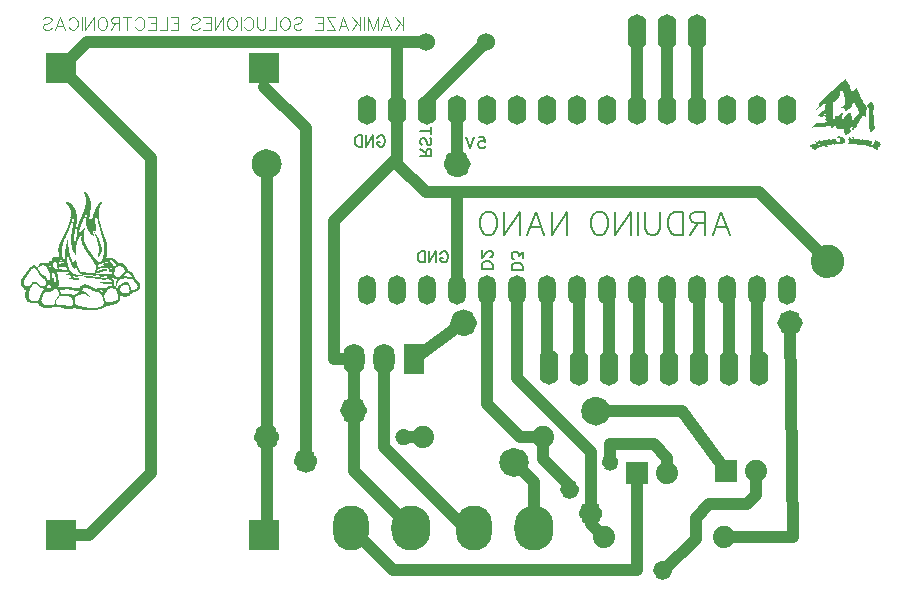
<source format=gbl>
G04 Layer: BottomLayer*
G04 EasyEDA v6.5.39, 2024-02-03 14:28:59*
G04 bcd3f98de95e48d085ed2947a1ad00ac,362fd913e7484c3682bebf37a00ceee6,10*
G04 Gerber Generator version 0.2*
G04 Scale: 100 percent, Rotated: No, Reflected: No *
G04 Dimensions in millimeters *
G04 leading zeros omitted , absolute positions ,4 integer and 5 decimal *
%FSLAX45Y45*%
%MOMM*%

%ADD10C,0.1000*%
%ADD11C,0.1500*%
%ADD12C,0.2032*%
%ADD13C,1.0000*%
%ADD14C,0.2540*%
%ADD15R,1.8796X1.8796*%
%ADD16C,1.8796*%
%ADD17O,1.5999968X2.999994*%
%ADD18O,3.302X3.81*%
%ADD19O,3.048X3.81*%
%ADD20C,1.5240*%
%ADD21O,1.7999964X2.5999948*%
%ADD22R,1.8000X2.6000*%
%ADD23O,1.499997X2.4999949999999997*%
%ADD24O,1.5999968X2.4999949999999997*%
%ADD25R,2.5000X2.5000*%
%ADD26C,0.6096*%
%ADD27C,0.6200*%
%ADD28C,0.0126*%

%LPD*%
G36*
X7721041Y5758180D02*
G01*
X7719263Y5757570D01*
X7716266Y5755792D01*
X7706868Y5749036D01*
X7693761Y5738520D01*
X7677810Y5724956D01*
X7603439Y5659932D01*
X7584948Y5643219D01*
X7575296Y5633669D01*
X7572959Y5630773D01*
X7571841Y5628741D01*
X7571536Y5627217D01*
X7572298Y5623509D01*
X7572095Y5622137D01*
X7571079Y5621680D01*
X7569250Y5622086D01*
X7567117Y5622137D01*
X7564424Y5621223D01*
X7561427Y5619445D01*
X7558430Y5616956D01*
X7551623Y5610402D01*
X7565390Y5597347D01*
X7567168Y5595366D01*
X7565999Y5595620D01*
X7559141Y5599582D01*
X7556753Y5601411D01*
X7555128Y5603036D01*
X7554518Y5604205D01*
X7554112Y5605932D01*
X7552740Y5606542D01*
X7550556Y5605983D01*
X7547457Y5604306D01*
X7543444Y5601462D01*
X7538618Y5597499D01*
X7532928Y5592419D01*
X7519329Y5579262D01*
X7544257Y5579262D01*
X7548219Y5577840D01*
X7552486Y5575706D01*
X7555890Y5573420D01*
X7557262Y5571693D01*
X7556144Y5569813D01*
X7553401Y5569813D01*
X7549997Y5571490D01*
X7546949Y5574538D01*
X7544765Y5577941D01*
X7544257Y5579262D01*
X7519329Y5579262D01*
X7508036Y5568086D01*
X7502347Y5561939D01*
X7498486Y5557113D01*
X7496098Y5553049D01*
X7494879Y5549188D01*
X7494371Y5545124D01*
X7493914Y5533136D01*
X7492238Y5527548D01*
X7488529Y5521756D01*
X7474712Y5505856D01*
X7470698Y5500268D01*
X7469784Y5497169D01*
X7471765Y5496204D01*
X7474051Y5497423D01*
X7478420Y5500827D01*
X7490866Y5511952D01*
X7504531Y5525312D01*
X7510475Y5531459D01*
X7518603Y5540806D01*
X7528052Y5550712D01*
X7537907Y5560161D01*
X7545120Y5566308D01*
X7546848Y5567172D01*
X7547254Y5566664D01*
X7547406Y5565140D01*
X7546797Y5557062D01*
X7547305Y5554116D01*
X7548473Y5551474D01*
X7553045Y5546191D01*
X7554366Y5543245D01*
X7554112Y5541111D01*
X7552131Y5540248D01*
X7549591Y5538317D01*
X7549480Y5537860D01*
X7613903Y5537860D01*
X7614259Y5557266D01*
X7615123Y5563362D01*
X7615834Y5565038D01*
X7616647Y5566003D01*
X7617663Y5566511D01*
X7621371Y5567476D01*
X7624114Y5568645D01*
X7626756Y5570118D01*
X7631938Y5574334D01*
X7642453Y5583529D01*
X7654696Y5594604D01*
X7659674Y5600090D01*
X7663789Y5605627D01*
X7666990Y5611266D01*
X7669377Y5617210D01*
X7671053Y5623509D01*
X7672019Y5630214D01*
X7672730Y5643880D01*
X7673898Y5650484D01*
X7675727Y5656935D01*
X7678115Y5662828D01*
X7682738Y5671362D01*
X7684566Y5673953D01*
X7685735Y5674918D01*
X7688935Y5671718D01*
X7693609Y5664149D01*
X7698181Y5655056D01*
X7701889Y5644794D01*
X7703210Y5642610D01*
X7704785Y5641187D01*
X7708188Y5640222D01*
X7709153Y5638800D01*
X7709306Y5636260D01*
X7708493Y5628843D01*
X7708646Y5625134D01*
X7709255Y5621782D01*
X7711490Y5616143D01*
X7712557Y5611469D01*
X7713370Y5605830D01*
X7714183Y5594045D01*
X7714792Y5588660D01*
X7715554Y5584342D01*
X7717332Y5579059D01*
X7718348Y5574588D01*
X7720025Y5562701D01*
X7720584Y5554726D01*
X7720380Y5549900D01*
X7719161Y5547258D01*
X7713980Y5544362D01*
X7710497Y5541772D01*
X7719415Y5541772D01*
X7719974Y5542229D01*
X7721295Y5542483D01*
X7725156Y5542330D01*
X7726070Y5542026D01*
X7725968Y5541568D01*
X7724851Y5541010D01*
X7721853Y5540552D01*
X7720533Y5540756D01*
X7719618Y5541213D01*
X7719415Y5541772D01*
X7710497Y5541772D01*
X7704785Y5537098D01*
X7699023Y5531916D01*
X7723327Y5531916D01*
X7723631Y5533796D01*
X7724546Y5534964D01*
X7726019Y5535371D01*
X7727391Y5535066D01*
X7728203Y5534304D01*
X7728458Y5533136D01*
X7727746Y5529986D01*
X7728356Y5528868D01*
X7730083Y5528208D01*
X7735976Y5527852D01*
X7737297Y5527497D01*
X7737043Y5526735D01*
X7735316Y5525566D01*
X7730845Y5523585D01*
X7727492Y5523534D01*
X7725156Y5525363D01*
X7723682Y5529224D01*
X7723327Y5531916D01*
X7699023Y5531916D01*
X7690103Y5523128D01*
X7687371Y5519978D01*
X7727238Y5519978D01*
X7727492Y5520385D01*
X7735671Y5518251D01*
X7736687Y5517337D01*
X7736484Y5516118D01*
X7734046Y5512714D01*
X7733436Y5510682D01*
X7733334Y5508548D01*
X7734452Y5504891D01*
X7734503Y5504027D01*
X7733995Y5503976D01*
X7732928Y5504738D01*
X7731759Y5506212D01*
X7730490Y5508447D01*
X7728356Y5513933D01*
X7727340Y5518607D01*
X7727238Y5519978D01*
X7687371Y5519978D01*
X7685989Y5517642D01*
X7687360Y5516372D01*
X7690815Y5516016D01*
X7695641Y5516575D01*
X7701025Y5517997D01*
X7704124Y5518454D01*
X7706817Y5516676D01*
X7709763Y5511800D01*
X7716824Y5496204D01*
X7721549Y5486450D01*
X7722666Y5484672D01*
X7724190Y5485028D01*
X7727289Y5487009D01*
X7736941Y5494629D01*
X7749082Y5505145D01*
X7760970Y5516219D01*
X7770063Y5525465D01*
X7772704Y5528716D01*
X7773670Y5530545D01*
X7773974Y5532882D01*
X7776159Y5539790D01*
X7777784Y5543550D01*
X7779461Y5548477D01*
X7780731Y5555081D01*
X7781594Y5562752D01*
X7782052Y5577281D01*
X7782458Y5582208D01*
X7783169Y5585663D01*
X7784033Y5587542D01*
X7785100Y5587847D01*
X7786217Y5586526D01*
X7787436Y5583529D01*
X7789570Y5575350D01*
X7791805Y5568492D01*
X7801203Y5548325D01*
X7802981Y5545378D01*
X7804607Y5543448D01*
X7806740Y5542280D01*
X7807110Y5541772D01*
X7821168Y5541772D01*
X7822336Y5543651D01*
X7823911Y5544972D01*
X7824520Y5545175D01*
X7824978Y5544972D01*
X7825638Y5543651D01*
X7825689Y5542686D01*
X7825486Y5541772D01*
X7824876Y5540959D01*
X7823962Y5540451D01*
X7822793Y5540248D01*
X7821828Y5540451D01*
X7821269Y5540959D01*
X7821168Y5541772D01*
X7807110Y5541772D01*
X7807553Y5541162D01*
X7808214Y5539435D01*
X7808975Y5534761D01*
X7810957Y5528259D01*
X7812227Y5525160D01*
X7814259Y5521553D01*
X7816748Y5519470D01*
X7820456Y5518454D01*
X7830159Y5518048D01*
X7833563Y5517489D01*
X7835849Y5516727D01*
X7836662Y5515762D01*
X7836103Y5514797D01*
X7834680Y5514035D01*
X7832496Y5513527D01*
X7829803Y5513324D01*
X7824520Y5512003D01*
X7823149Y5508193D01*
X7825689Y5501843D01*
X7835696Y5488533D01*
X7838287Y5484368D01*
X7839608Y5480964D01*
X7839659Y5478576D01*
X7837779Y5475884D01*
X7833868Y5471414D01*
X7828534Y5465775D01*
X7816189Y5453532D01*
X7811160Y5448046D01*
X7807807Y5443728D01*
X7806537Y5441289D01*
X7805978Y5439664D01*
X7804505Y5437784D01*
X7802372Y5435803D01*
X7799459Y5433822D01*
X7809280Y5433822D01*
X7809992Y5434736D01*
X7812176Y5434634D01*
X7815884Y5433364D01*
X7824063Y5429453D01*
X7826248Y5427980D01*
X7827467Y5426811D01*
X7827568Y5425998D01*
X7824114Y5426405D01*
X7817866Y5428691D01*
X7811922Y5431586D01*
X7809280Y5433822D01*
X7799459Y5433822D01*
X7797038Y5432145D01*
X7794853Y5430062D01*
X7793380Y5428081D01*
X7792466Y5424576D01*
X7791450Y5422493D01*
X7789925Y5420360D01*
X7785862Y5416092D01*
X7781552Y5410606D01*
X7801051Y5410606D01*
X7801203Y5411520D01*
X7801660Y5412181D01*
X7802321Y5412638D01*
X7803134Y5412740D01*
X7806232Y5411063D01*
X7810195Y5407609D01*
X7813395Y5403951D01*
X7814157Y5401767D01*
X7811414Y5402173D01*
X7806994Y5404662D01*
X7802880Y5407914D01*
X7801051Y5410606D01*
X7781552Y5410606D01*
X7777835Y5404866D01*
X7776819Y5403748D01*
X7776006Y5403900D01*
X7775397Y5405526D01*
X7774381Y5414264D01*
X7772603Y5443982D01*
X7771587Y5453786D01*
X7770266Y5461558D01*
X7768539Y5467451D01*
X7766354Y5471769D01*
X7763611Y5474563D01*
X7760309Y5476138D01*
X7756347Y5476595D01*
X7751267Y5475986D01*
X7746034Y5473344D01*
X7738719Y5467350D01*
X7727340Y5456580D01*
X7719669Y5448757D01*
X7715148Y5442813D01*
X7712760Y5436971D01*
X7709865Y5419445D01*
X7707325Y5414416D01*
X7703566Y5414213D01*
X7698130Y5418582D01*
X7694828Y5422646D01*
X7692796Y5426964D01*
X7691780Y5432450D01*
X7691475Y5440070D01*
X7691780Y5446420D01*
X7692644Y5452872D01*
X7693863Y5458612D01*
X7697063Y5467400D01*
X7697571Y5470702D01*
X7697063Y5472887D01*
X7695590Y5474106D01*
X7693355Y5474309D01*
X7690510Y5473598D01*
X7687106Y5471972D01*
X7683347Y5469534D01*
X7679334Y5466334D01*
X7675219Y5462371D01*
X7671104Y5457799D01*
X7667142Y5452516D01*
X7665161Y5451449D01*
X7661046Y5450484D01*
X7655458Y5449671D01*
X7648956Y5449163D01*
X7632598Y5448452D01*
X7629398Y5426659D01*
X7627823Y5417769D01*
X7626045Y5410454D01*
X7624267Y5405272D01*
X7622540Y5402884D01*
X7621625Y5402630D01*
X7620711Y5403037D01*
X7619949Y5404154D01*
X7619187Y5406034D01*
X7617917Y5412079D01*
X7616850Y5421630D01*
X7615986Y5434939D01*
X7614767Y5474309D01*
X7613903Y5537860D01*
X7549480Y5537860D01*
X7548422Y5533491D01*
X7548778Y5527243D01*
X7550708Y5520944D01*
X7551928Y5517743D01*
X7552537Y5515102D01*
X7552436Y5513120D01*
X7550658Y5511088D01*
X7549794Y5509615D01*
X7549235Y5507837D01*
X7549032Y5505907D01*
X7548067Y5503367D01*
X7545273Y5500268D01*
X7540752Y5496712D01*
X7528966Y5489397D01*
X7517536Y5481523D01*
X7506766Y5472938D01*
X7497470Y5464505D01*
X7493660Y5460542D01*
X7490459Y5456834D01*
X7488072Y5453583D01*
X7486599Y5450840D01*
X7486040Y5448604D01*
X7486294Y5447944D01*
X7487005Y5447792D01*
X7488072Y5448198D01*
X7493101Y5451500D01*
X7497368Y5451754D01*
X7502601Y5449874D01*
X7514742Y5442356D01*
X7518501Y5440934D01*
X7522260Y5441442D01*
X7527645Y5443677D01*
X7536230Y5447842D01*
X7540904Y5450840D01*
X7542072Y5453075D01*
X7540294Y5454954D01*
X7538720Y5456072D01*
X7538262Y5457088D01*
X7538974Y5458155D01*
X7540853Y5459425D01*
X7542834Y5460339D01*
X7545324Y5461152D01*
X7547914Y5461660D01*
X7550302Y5461863D01*
X7552740Y5461762D01*
X7553807Y5461304D01*
X7553706Y5460390D01*
X7552334Y5458968D01*
X7549845Y5454396D01*
X7549184Y5448046D01*
X7550251Y5441797D01*
X7553045Y5437479D01*
X7555026Y5435752D01*
X7555687Y5434076D01*
X7554975Y5431942D01*
X7551267Y5425998D01*
X7550353Y5422900D01*
X7550150Y5419648D01*
X7550658Y5416245D01*
X7552486Y5410250D01*
X7554315Y5407304D01*
X7556906Y5406847D01*
X7563713Y5409539D01*
X7564424Y5409336D01*
X7563002Y5407558D01*
X7556398Y5400903D01*
X7554010Y5398058D01*
X7552385Y5395671D01*
X7551470Y5392928D01*
X7550505Y5391759D01*
X7549134Y5390692D01*
X7547457Y5389930D01*
X7544308Y5389270D01*
X7539532Y5388864D01*
X7526781Y5388660D01*
X7512100Y5389321D01*
X7492898Y5391505D01*
X7488326Y5391708D01*
X7484211Y5391302D01*
X7480300Y5390032D01*
X7476236Y5387898D01*
X7471714Y5384647D01*
X7464219Y5378348D01*
X7565491Y5378348D01*
X7565694Y5379415D01*
X7566304Y5380532D01*
X7567168Y5381548D01*
X7568234Y5382310D01*
X7569301Y5382717D01*
X7570165Y5382666D01*
X7570774Y5382209D01*
X7570978Y5381396D01*
X7570774Y5380329D01*
X7570165Y5379212D01*
X7569301Y5378196D01*
X7568234Y5377434D01*
X7567168Y5377027D01*
X7566304Y5377078D01*
X7565694Y5377535D01*
X7565491Y5378348D01*
X7464219Y5378348D01*
X7459827Y5374436D01*
X7449413Y5364530D01*
X7443266Y5357418D01*
X7440828Y5352135D01*
X7441336Y5347766D01*
X7442453Y5345480D01*
X7443317Y5344922D01*
X7444079Y5346141D01*
X7446314Y5352643D01*
X7448651Y5354320D01*
X7453274Y5354726D01*
X7469124Y5353812D01*
X7484414Y5353253D01*
X7499705Y5353253D01*
X7514437Y5353761D01*
X7528153Y5354726D01*
X7540396Y5356148D01*
X7550708Y5357977D01*
X7554975Y5358993D01*
X7558531Y5360162D01*
X7561427Y5361381D01*
X7569403Y5363819D01*
X7579055Y5364530D01*
X7588199Y5363565D01*
X7594955Y5360924D01*
X7596276Y5359400D01*
X7597343Y5357114D01*
X7598105Y5354320D01*
X7598511Y5348681D01*
X7598968Y5346446D01*
X7599680Y5344922D01*
X7600492Y5344363D01*
X7602474Y5345379D01*
X7606284Y5348071D01*
X7611364Y5352084D01*
X7624368Y5362956D01*
X7629245Y5366308D01*
X7632344Y5367274D01*
X7634173Y5366156D01*
X7635138Y5364581D01*
X7636459Y5361025D01*
X7636662Y5359501D01*
X7637627Y5357012D01*
X7640167Y5353761D01*
X7643926Y5350103D01*
X7648498Y5346293D01*
X7653477Y5342636D01*
X7658506Y5339435D01*
X7663180Y5337048D01*
X7667091Y5335727D01*
X7671816Y5335117D01*
X7677048Y5334965D01*
X7682484Y5335219D01*
X7687970Y5335879D01*
X7693253Y5336895D01*
X7698130Y5338216D01*
X7702346Y5339842D01*
X7705699Y5341721D01*
X7712049Y5346192D01*
X7712049Y5321198D01*
X7712252Y5309616D01*
X7712913Y5301081D01*
X7714081Y5295392D01*
X7715808Y5292090D01*
X7719720Y5289448D01*
X7724343Y5288178D01*
X7728203Y5288483D01*
X7729829Y5290515D01*
X7730185Y5291429D01*
X7731099Y5292242D01*
X7732420Y5292750D01*
X7734046Y5292953D01*
X7736789Y5294020D01*
X7741259Y5296966D01*
X7746796Y5301132D01*
X7752791Y5306060D01*
X7763459Y5315915D01*
X7766913Y5319725D01*
X7768183Y5322011D01*
X7767878Y5323128D01*
X7765694Y5325872D01*
X7764068Y5327243D01*
X7760970Y5331714D01*
X7760157Y5338165D01*
X7761681Y5345531D01*
X7765389Y5352846D01*
X7770571Y5358536D01*
X7776768Y5362905D01*
X7782407Y5365038D01*
X7785862Y5364175D01*
X7785608Y5360416D01*
X7783423Y5352745D01*
X7779715Y5342636D01*
X7774431Y5329682D01*
X7774482Y5328310D01*
X7775295Y5327497D01*
X7776718Y5327243D01*
X7779715Y5328513D01*
X7784642Y5331917D01*
X7790789Y5336743D01*
X7797495Y5342483D01*
X7803946Y5348376D01*
X7809484Y5353812D01*
X7813294Y5358130D01*
X7814767Y5360771D01*
X7815275Y5363057D01*
X7819136Y5372049D01*
X7825740Y5385155D01*
X7833969Y5400344D01*
X7842707Y5415534D01*
X7850835Y5428640D01*
X7854340Y5433720D01*
X7859268Y5440324D01*
X7863687Y5445353D01*
X7867700Y5448909D01*
X7871459Y5450992D01*
X7875016Y5451703D01*
X7878572Y5451043D01*
X7882178Y5449112D01*
X7888884Y5443524D01*
X7891424Y5442051D01*
X7893507Y5441543D01*
X7895031Y5442102D01*
X7895590Y5443270D01*
X7896656Y5449366D01*
X7897723Y5459476D01*
X7898536Y5472379D01*
X7900111Y5514543D01*
X7882991Y5545531D01*
X7872730Y5565698D01*
X7867040Y5577382D01*
X7855559Y5601868D01*
X7845348Y5624830D01*
X7834934Y5650687D01*
X7829702Y5661101D01*
X7823606Y5671312D01*
X7820710Y5675477D01*
X7818221Y5678627D01*
X7816291Y5680405D01*
X7812938Y5681827D01*
X7808975Y5680659D01*
X7802575Y5675884D01*
X7784795Y5660288D01*
X7778902Y5655614D01*
X7774686Y5652820D01*
X7772806Y5652262D01*
X7771434Y5656427D01*
X7768640Y5667959D01*
X7767015Y5672988D01*
X7762240Y5685282D01*
X7755940Y5699556D01*
X7748778Y5714390D01*
X7741361Y5728462D01*
X7734300Y5740400D01*
X7729778Y5747308D01*
X7725714Y5752947D01*
X7722666Y5756757D01*
G37*
G36*
X7939328Y5567172D02*
G01*
X7936128Y5566054D01*
X7931150Y5563006D01*
X7925155Y5558586D01*
X7918754Y5553354D01*
X7912608Y5547918D01*
X7907375Y5542838D01*
X7903768Y5538673D01*
X7902397Y5535930D01*
X7902956Y5534202D01*
X7904378Y5532018D01*
X7906562Y5529783D01*
X7912506Y5524855D01*
X7915198Y5521553D01*
X7917230Y5517642D01*
X7918653Y5513171D01*
X7919415Y5507939D01*
X7919618Y5501894D01*
X7919262Y5494985D01*
X7917840Y5483098D01*
X7917180Y5472430D01*
X7916773Y5458917D01*
X7916824Y5427116D01*
X7917789Y5395112D01*
X7918602Y5381345D01*
X7919567Y5370271D01*
X7920685Y5362905D01*
X7922564Y5356402D01*
X7923885Y5349341D01*
X7925104Y5340553D01*
X7926831Y5322011D01*
X7927746Y5315458D01*
X7929168Y5311394D01*
X7931403Y5309768D01*
X7934655Y5310581D01*
X7939328Y5313680D01*
X7945678Y5319115D01*
X7963560Y5335981D01*
X7968589Y5341874D01*
X7970164Y5346496D01*
X7969605Y5351627D01*
X7965744Y5373471D01*
X7964068Y5385358D01*
X7961884Y5403951D01*
X7960156Y5423154D01*
X7958531Y5448808D01*
X7957820Y5473547D01*
X7957820Y5485231D01*
X7958074Y5496255D01*
X7958581Y5506466D01*
X7960106Y5524855D01*
X7960461Y5532526D01*
X7960258Y5539028D01*
X7959547Y5544566D01*
X7958226Y5549290D01*
X7956296Y5553456D01*
X7953705Y5557215D01*
X7950453Y5560720D01*
X7947507Y5563260D01*
X7944408Y5565292D01*
X7941564Y5566664D01*
G37*
G36*
X7671765Y5277307D02*
G01*
X7669682Y5277205D01*
X7656575Y5274564D01*
X7652664Y5273598D01*
X7649870Y5272278D01*
X7648194Y5270652D01*
X7647686Y5268671D01*
X7649565Y5264658D01*
X7654290Y5261356D01*
X7660436Y5259527D01*
X7666532Y5259781D01*
X7669784Y5260289D01*
X7671511Y5258460D01*
X7672222Y5252821D01*
X7672324Y5229301D01*
X7685989Y5229301D01*
X7686344Y5231028D01*
X7686751Y5231536D01*
X7687208Y5231739D01*
X7688580Y5231028D01*
X7690103Y5229301D01*
X7690561Y5228336D01*
X7690459Y5227574D01*
X7689900Y5227015D01*
X7688935Y5226812D01*
X7687767Y5227015D01*
X7686852Y5227574D01*
X7686243Y5228336D01*
X7685989Y5229301D01*
X7672324Y5229301D01*
X7672324Y5222189D01*
X7660131Y5226202D01*
X7653629Y5228640D01*
X7649667Y5231130D01*
X7647533Y5234482D01*
X7646212Y5239613D01*
X7643520Y5246217D01*
X7638592Y5251450D01*
X7631938Y5254955D01*
X7624267Y5256225D01*
X7617561Y5254599D01*
X7610906Y5250484D01*
X7605725Y5245049D01*
X7603540Y5239512D01*
X7603388Y5235854D01*
X7603083Y5234533D01*
X7602524Y5235549D01*
X7601458Y5238851D01*
X7599934Y5241747D01*
X7597190Y5244287D01*
X7593177Y5246573D01*
X7587742Y5248656D01*
X7580934Y5250738D01*
X7576870Y5251246D01*
X7573975Y5250027D01*
X7568082Y5244185D01*
X7565542Y5242915D01*
X7562748Y5243017D01*
X7555077Y5245608D01*
X7551877Y5245963D01*
X7548676Y5245455D01*
X7542377Y5243017D01*
X7539583Y5242407D01*
X7537196Y5242306D01*
X7533640Y5242966D01*
X7531252Y5242407D01*
X7528509Y5241036D01*
X7525766Y5239054D01*
X7520053Y5234279D01*
X7623556Y5234279D01*
X7624470Y5237632D01*
X7626451Y5237683D01*
X7627213Y5236362D01*
X7627874Y5234127D01*
X7628280Y5231333D01*
X7628432Y5228285D01*
X7628151Y5224068D01*
X7637068Y5224068D01*
X7637221Y5225999D01*
X7637627Y5227472D01*
X7638186Y5228082D01*
X7638592Y5227472D01*
X7638846Y5225796D01*
X7638654Y5220004D01*
X7694879Y5220004D01*
X7695742Y5221478D01*
X7699908Y5226202D01*
X7707528Y5234178D01*
X7707884Y5233466D01*
X7707934Y5232603D01*
X7706309Y5229402D01*
X7702448Y5225034D01*
X7698181Y5221173D01*
X7695031Y5219496D01*
X7694879Y5220004D01*
X7638654Y5220004D01*
X7638491Y5219242D01*
X7638034Y5219039D01*
X7637525Y5220157D01*
X7637170Y5222087D01*
X7637068Y5224068D01*
X7628151Y5224068D01*
X7627823Y5222900D01*
X7626959Y5223103D01*
X7625486Y5225084D01*
X7623860Y5229504D01*
X7623556Y5234279D01*
X7520053Y5234279D01*
X7519263Y5233619D01*
X7511135Y5238800D01*
X7503871Y5242712D01*
X7498588Y5243830D01*
X7495336Y5242204D01*
X7494270Y5237835D01*
X7494066Y5235498D01*
X7493457Y5233517D01*
X7492593Y5232196D01*
X7490459Y5231434D01*
X7489596Y5230672D01*
X7489037Y5229555D01*
X7488783Y5228132D01*
X7487412Y5225796D01*
X7483805Y5226202D01*
X7478877Y5228945D01*
X7470698Y5236311D01*
X7468057Y5237937D01*
X7465517Y5238597D01*
X7463231Y5238343D01*
X7459624Y5235956D01*
X7458913Y5232704D01*
X7460894Y5229301D01*
X7465415Y5226405D01*
X7468463Y5224932D01*
X7470140Y5223459D01*
X7470597Y5221782D01*
X7470082Y5220512D01*
X7541412Y5220512D01*
X7541564Y5223459D01*
X7542530Y5227370D01*
X7542936Y5227726D01*
X7543021Y5227421D01*
X7562799Y5227421D01*
X7563408Y5228844D01*
X7565593Y5228793D01*
X7569606Y5227167D01*
X7575753Y5223967D01*
X7582153Y5219852D01*
X7584236Y5216906D01*
X7582001Y5215178D01*
X7575397Y5214569D01*
X7569758Y5215331D01*
X7565898Y5217617D01*
X7563612Y5221579D01*
X7562799Y5227421D01*
X7543021Y5227421D01*
X7546035Y5214213D01*
X7545984Y5212791D01*
X7545273Y5212638D01*
X7543749Y5213705D01*
X7542530Y5215331D01*
X7541717Y5217718D01*
X7541412Y5220512D01*
X7470082Y5220512D01*
X7469177Y5218023D01*
X7490815Y5218023D01*
X7491730Y5218582D01*
X7494574Y5219395D01*
X7496149Y5219496D01*
X7500721Y5216347D01*
X7503209Y5210911D01*
X7554518Y5210911D01*
X7554823Y5215229D01*
X7555179Y5216550D01*
X7555585Y5217058D01*
X7556093Y5216550D01*
X7557363Y5213299D01*
X7558278Y5208524D01*
X7558176Y5206593D01*
X7557719Y5205272D01*
X7556906Y5204815D01*
X7555992Y5205272D01*
X7555230Y5206593D01*
X7554722Y5208524D01*
X7554518Y5210911D01*
X7503209Y5210911D01*
X7504023Y5209133D01*
X7505141Y5201361D01*
X7502956Y5196484D01*
X7499603Y5198922D01*
X7494981Y5205882D01*
X7491323Y5213553D01*
X7490815Y5218023D01*
X7469177Y5218023D01*
X7469327Y5215483D01*
X7470495Y5212842D01*
X7477150Y5202834D01*
X7479538Y5196484D01*
X7479487Y5191861D01*
X7476744Y5190083D01*
X7475067Y5190439D01*
X7473645Y5191302D01*
X7472730Y5192623D01*
X7471867Y5196281D01*
X7470597Y5198821D01*
X7468717Y5201513D01*
X7466380Y5204002D01*
X7462367Y5206949D01*
X7457744Y5208778D01*
X7452817Y5209641D01*
X7447838Y5209438D01*
X7443114Y5208320D01*
X7438948Y5206288D01*
X7435646Y5203342D01*
X7432649Y5198364D01*
X7431278Y5198008D01*
X7429246Y5198414D01*
X7423150Y5200954D01*
X7421016Y5201259D01*
X7419594Y5200446D01*
X7418476Y5198465D01*
X7417917Y5193944D01*
X7420051Y5190032D01*
X7424521Y5187137D01*
X7430871Y5185664D01*
X7435088Y5185054D01*
X7437729Y5183936D01*
X7439101Y5182158D01*
X7439519Y5179364D01*
X7447686Y5179364D01*
X7448092Y5183479D01*
X7448550Y5184749D01*
X7449058Y5185206D01*
X7449616Y5184851D01*
X7450328Y5182514D01*
X7450734Y5178856D01*
X7451445Y5176774D01*
X7452563Y5174843D01*
X7455357Y5171846D01*
X7455662Y5171186D01*
X7454747Y5171186D01*
X7452512Y5171846D01*
X7450581Y5172964D01*
X7449108Y5174691D01*
X7448092Y5176926D01*
X7447686Y5179364D01*
X7439519Y5179364D01*
X7440117Y5176723D01*
X7441793Y5173522D01*
X7444282Y5170220D01*
X7447330Y5167172D01*
X7450937Y5164531D01*
X7454646Y5162753D01*
X7458405Y5161889D01*
X7462215Y5161940D01*
X7466126Y5162804D01*
X7470140Y5164632D01*
X7474203Y5167274D01*
X7481671Y5173573D01*
X7485227Y5175808D01*
X7488529Y5177282D01*
X7493660Y5178247D01*
X7496098Y5179364D01*
X7498232Y5180939D01*
X7501686Y5185308D01*
X7503820Y5186629D01*
X7506716Y5186984D01*
X7514640Y5185968D01*
X7517841Y5186476D01*
X7520736Y5188153D01*
X7526172Y5193639D01*
X7528509Y5195620D01*
X7530642Y5196941D01*
X7532217Y5197449D01*
X7537703Y5196433D01*
X7543190Y5193893D01*
X7547406Y5190591D01*
X7549032Y5187238D01*
X7549540Y5184140D01*
X7551623Y5183022D01*
X7556093Y5183784D01*
X7563764Y5186476D01*
X7570165Y5189016D01*
X7573009Y5190998D01*
X7572857Y5193487D01*
X7570368Y5197398D01*
X7568438Y5201462D01*
X7569352Y5203698D01*
X7573009Y5204053D01*
X7583931Y5200904D01*
X7587792Y5200599D01*
X7591856Y5201513D01*
X7597089Y5203799D01*
X7600797Y5205882D01*
X7603794Y5208117D01*
X7605877Y5210302D01*
X7606639Y5212080D01*
X7606792Y5213451D01*
X7607198Y5214112D01*
X7607808Y5214061D01*
X7613497Y5209692D01*
X7620508Y5207050D01*
X7627416Y5205882D01*
X7631938Y5206898D01*
X7633462Y5207965D01*
X7635341Y5208879D01*
X7637272Y5209489D01*
X7641081Y5209997D01*
X7643418Y5210911D01*
X7645857Y5212181D01*
X7650988Y5215839D01*
X7653121Y5216550D01*
X7655204Y5215890D01*
X7661300Y5211775D01*
X7665313Y5210149D01*
X7669936Y5208981D01*
X7674965Y5208270D01*
X7680147Y5208066D01*
X7685328Y5208371D01*
X7690358Y5209184D01*
X7694980Y5210556D01*
X7699705Y5212689D01*
X7703870Y5215483D01*
X7707477Y5218785D01*
X7710525Y5222595D01*
X7712913Y5226862D01*
X7714691Y5231587D01*
X7715758Y5236616D01*
X7716113Y5242052D01*
X7715758Y5248452D01*
X7714284Y5253329D01*
X7710982Y5258003D01*
X7705293Y5263743D01*
X7700264Y5268163D01*
X7696047Y5271058D01*
X7692644Y5272481D01*
X7690002Y5272430D01*
X7687818Y5272125D01*
X7685176Y5272430D01*
X7682331Y5273294D01*
X7677099Y5275935D01*
X7674356Y5276850D01*
G37*
G36*
X7781493Y5275478D02*
G01*
X7778038Y5273751D01*
X7777276Y5268976D01*
X7780121Y5262524D01*
X7782204Y5259425D01*
X7782966Y5257444D01*
X7782356Y5256225D01*
X7780426Y5255310D01*
X7778546Y5253786D01*
X7777327Y5250586D01*
X7776616Y5245354D01*
X7776209Y5230215D01*
X7775651Y5225389D01*
X7774584Y5222951D01*
X7773009Y5222595D01*
X7770622Y5225999D01*
X7769555Y5232857D01*
X7769910Y5240934D01*
X7772704Y5250891D01*
X7772400Y5253736D01*
X7770875Y5256987D01*
X7767980Y5260848D01*
X7762900Y5265470D01*
X7757566Y5268112D01*
X7753451Y5268366D01*
X7751775Y5265775D01*
X7751267Y5264404D01*
X7749946Y5262524D01*
X7747965Y5260492D01*
X7742174Y5255717D01*
X7740954Y5253888D01*
X7741116Y5253583D01*
X7760309Y5253583D01*
X7760512Y5254701D01*
X7761071Y5255564D01*
X7761681Y5255768D01*
X7762138Y5255209D01*
X7762443Y5254040D01*
X7762494Y5252313D01*
X7762290Y5250637D01*
X7761935Y5249824D01*
X7761427Y5249875D01*
X7760817Y5250840D01*
X7760411Y5252212D01*
X7760309Y5253583D01*
X7741116Y5253583D01*
X7741818Y5252262D01*
X7744764Y5250078D01*
X7748320Y5244693D01*
X7749540Y5236667D01*
X7748320Y5228234D01*
X7744714Y5221782D01*
X7742783Y5219547D01*
X7742275Y5217820D01*
X7743240Y5216042D01*
X7745780Y5213756D01*
X7750302Y5211013D01*
X7755077Y5209895D01*
X7760055Y5210454D01*
X7768234Y5213959D01*
X7770672Y5214162D01*
X7773162Y5213248D01*
X7779359Y5208778D01*
X7781848Y5207914D01*
X7784490Y5208422D01*
X7791653Y5212181D01*
X7794396Y5212689D01*
X7797139Y5211826D01*
X7803946Y5207406D01*
X7806791Y5206390D01*
X7809382Y5206390D01*
X7814818Y5208219D01*
X7817713Y5208422D01*
X7820914Y5207914D01*
X7828584Y5205323D01*
X7831480Y5205171D01*
X7834020Y5206492D01*
X7836966Y5209438D01*
X7838998Y5212334D01*
X7840624Y5215940D01*
X7841742Y5219903D01*
X7842554Y5227574D01*
X7843774Y5231638D01*
X7845602Y5235448D01*
X7847990Y5238699D01*
X7853883Y5245201D01*
X7852156Y5231739D01*
X7851292Y5226456D01*
X7850124Y5221986D01*
X7848904Y5218836D01*
X7847685Y5217464D01*
X7845348Y5215382D01*
X7845044Y5211826D01*
X7846669Y5207711D01*
X7849971Y5203901D01*
X7853527Y5201767D01*
X7856981Y5201005D01*
X7860284Y5201564D01*
X7863281Y5203291D01*
X7865821Y5206085D01*
X7867802Y5209895D01*
X7869123Y5214518D01*
X7869783Y5223357D01*
X7870393Y5226761D01*
X7871256Y5229656D01*
X7872272Y5231739D01*
X7873593Y5233416D01*
X7874406Y5233771D01*
X7874812Y5232857D01*
X7874801Y5229301D01*
X7883601Y5229301D01*
X7883753Y5230926D01*
X7884159Y5232349D01*
X7884718Y5233060D01*
X7885125Y5232704D01*
X7885430Y5231434D01*
X7885430Y5227167D01*
X7885125Y5225846D01*
X7884718Y5225542D01*
X7884159Y5226202D01*
X7883753Y5227675D01*
X7883601Y5229301D01*
X7874801Y5229301D01*
X7874101Y5223916D01*
X7872120Y5214924D01*
X7870850Y5206238D01*
X7872475Y5200751D01*
X7877149Y5198313D01*
X7885175Y5198618D01*
X7889544Y5199126D01*
X7892643Y5198973D01*
X7894675Y5198059D01*
X7895894Y5196332D01*
X7898384Y5193792D01*
X7902346Y5192674D01*
X7906410Y5193131D01*
X7910677Y5196027D01*
X7912557Y5195620D01*
X7914944Y5194147D01*
X7919171Y5190490D01*
X7949844Y5190490D01*
X7950657Y5193080D01*
X7952943Y5196890D01*
X7955229Y5199532D01*
X7955991Y5199888D01*
X7956296Y5199532D01*
X7956143Y5198465D01*
X7955126Y5196230D01*
X7995564Y5196230D01*
X7995970Y5197703D01*
X7997190Y5198872D01*
X7999018Y5199634D01*
X8001355Y5199888D01*
X8004200Y5199735D01*
X8005470Y5199227D01*
X8005267Y5198110D01*
X8003743Y5196230D01*
X8002270Y5194808D01*
X7999171Y5192826D01*
X7997952Y5192572D01*
X7996986Y5192826D01*
X7996224Y5193639D01*
X7995716Y5194808D01*
X7995564Y5196230D01*
X7955126Y5196230D01*
X7953197Y5193080D01*
X7950911Y5190490D01*
X7950149Y5190083D01*
X7949844Y5190490D01*
X7919171Y5190490D01*
X7919841Y5189880D01*
X7965389Y5189880D01*
X7965795Y5191861D01*
X7969859Y5191607D01*
X7976311Y5188610D01*
X7980781Y5185714D01*
X7982813Y5183936D01*
X7982610Y5183022D01*
X7980222Y5182768D01*
X7977682Y5183022D01*
X7974838Y5183733D01*
X7972044Y5184749D01*
X7969656Y5186019D01*
X7965389Y5189880D01*
X7919841Y5189880D01*
X7922412Y5187543D01*
X7925663Y5185714D01*
X7928711Y5185765D01*
X7932420Y5187543D01*
X7934452Y5188254D01*
X7936382Y5188102D01*
X7938262Y5186984D01*
X7942376Y5182666D01*
X7944713Y5181396D01*
X7947456Y5180990D01*
X7953654Y5181854D01*
X7955686Y5181701D01*
X7956803Y5180838D01*
X7958581Y5175097D01*
X7962290Y5171490D01*
X7967624Y5169001D01*
X7973822Y5168087D01*
X7977682Y5167833D01*
X7980172Y5167020D01*
X7981442Y5165547D01*
X7981848Y5163159D01*
X7983524Y5159197D01*
X7987487Y5158181D01*
X7992008Y5159959D01*
X7995513Y5164378D01*
X7996428Y5167020D01*
X7996936Y5169662D01*
X7997037Y5172049D01*
X7996681Y5173827D01*
X7996936Y5177282D01*
X7999577Y5180990D01*
X8003590Y5183987D01*
X8007959Y5185206D01*
X8011718Y5186629D01*
X8014563Y5190439D01*
X8016595Y5195925D01*
X8017611Y5202478D01*
X8017662Y5209489D01*
X8016697Y5216144D01*
X8014563Y5221935D01*
X8011312Y5226100D01*
X8005114Y5230520D01*
X7999018Y5233822D01*
X7993125Y5235905D01*
X7985607Y5237022D01*
X7983626Y5238038D01*
X7982000Y5239562D01*
X7981035Y5241544D01*
X7978495Y5245608D01*
X7975142Y5246471D01*
X7972145Y5244388D01*
X7970062Y5235702D01*
X7967725Y5230368D01*
X7964271Y5224119D01*
X7960004Y5217718D01*
X7952536Y5207711D01*
X7949306Y5204206D01*
X7960004Y5204206D01*
X7960461Y5205374D01*
X7963458Y5209641D01*
X7971231Y5218277D01*
X7966005Y5208879D01*
X7975650Y5208879D01*
X7976362Y5210911D01*
X7977936Y5213248D01*
X7980781Y5215890D01*
X7981746Y5216194D01*
X7982203Y5215686D01*
X7983067Y5207355D01*
X7982559Y5202986D01*
X7980527Y5202377D01*
X7976920Y5205425D01*
X7975853Y5207101D01*
X7975650Y5208879D01*
X7966005Y5208879D01*
X7964017Y5205577D01*
X7961833Y5202885D01*
X7960410Y5202377D01*
X7960004Y5204206D01*
X7949306Y5204206D01*
X7947761Y5202529D01*
X7944358Y5201056D01*
X7941005Y5202224D01*
X7939024Y5204917D01*
X7939227Y5209032D01*
X7941411Y5213756D01*
X7945323Y5218328D01*
X7947558Y5221376D01*
X7948269Y5224830D01*
X7947659Y5228336D01*
X7946034Y5231485D01*
X7943596Y5234025D01*
X7940649Y5235549D01*
X7937347Y5235752D01*
X7932216Y5233365D01*
X7930337Y5233416D01*
X7928254Y5234432D01*
X7923326Y5238343D01*
X7919974Y5239766D01*
X7916062Y5240731D01*
X7911795Y5241036D01*
X7906461Y5240832D01*
X7903616Y5239664D01*
X7902448Y5236616D01*
X7901431Y5221782D01*
X7899857Y5214772D01*
X7897646Y5210302D01*
X7919059Y5210302D01*
X7919313Y5213959D01*
X7920634Y5218531D01*
X7923936Y5225592D01*
X7924088Y5220716D01*
X7923936Y5218531D01*
X7923428Y5216194D01*
X7922615Y5213959D01*
X7921599Y5212130D01*
X7920177Y5210302D01*
X7919415Y5209692D01*
X7919059Y5210302D01*
X7897646Y5210302D01*
X7894421Y5207711D01*
X7892694Y5207711D01*
X7891881Y5209235D01*
X7891881Y5212740D01*
X7892745Y5218582D01*
X7893761Y5223357D01*
X7895031Y5227472D01*
X7896402Y5230571D01*
X7898892Y5233314D01*
X7899247Y5234990D01*
X7898739Y5237327D01*
X7897368Y5240426D01*
X7895386Y5243728D01*
X7893202Y5245506D01*
X7890357Y5246065D01*
X7882737Y5245303D01*
X7879181Y5245608D01*
X7875828Y5246370D01*
X7869936Y5249214D01*
X7866735Y5249875D01*
X7862976Y5249773D01*
X7853832Y5247894D01*
X7850327Y5247741D01*
X7847431Y5248503D01*
X7840675Y5252618D01*
X7836306Y5253634D01*
X7832445Y5253228D01*
X7828534Y5250484D01*
X7826502Y5250535D01*
X7823758Y5251297D01*
X7820355Y5252872D01*
X7813090Y5255666D01*
X7807909Y5255158D01*
X7804810Y5251399D01*
X7803758Y5243677D01*
X7812379Y5243677D01*
X7812531Y5245557D01*
X7812938Y5247081D01*
X7813497Y5247690D01*
X7813903Y5247030D01*
X7814157Y5245354D01*
X7814106Y5240223D01*
X7813847Y5239054D01*
X7823301Y5239054D01*
X7823453Y5240731D01*
X7823911Y5242153D01*
X7824419Y5242864D01*
X7824876Y5242509D01*
X7825181Y5241239D01*
X7825181Y5236921D01*
X7824876Y5235651D01*
X7824419Y5235295D01*
X7823911Y5236006D01*
X7823453Y5237429D01*
X7823301Y5239054D01*
X7813847Y5239054D01*
X7813802Y5238851D01*
X7813344Y5238648D01*
X7812836Y5239715D01*
X7812481Y5241645D01*
X7812379Y5243677D01*
X7803758Y5243677D01*
X7803286Y5234940D01*
X7801894Y5226812D01*
X7820253Y5226812D01*
X7820406Y5228742D01*
X7820964Y5230317D01*
X7821777Y5231333D01*
X7822692Y5231739D01*
X7823555Y5231333D01*
X7824063Y5230317D01*
X7824114Y5228742D01*
X7823758Y5226812D01*
X7822438Y5223357D01*
X7821828Y5222341D01*
X7821269Y5221935D01*
X7820863Y5222341D01*
X7820304Y5224932D01*
X7820253Y5226812D01*
X7801894Y5226812D01*
X7800035Y5221528D01*
X7797749Y5219496D01*
X7796733Y5220665D01*
X7796072Y5223967D01*
X7795818Y5228996D01*
X7796174Y5242306D01*
X7795818Y5247843D01*
X7794904Y5251805D01*
X7793481Y5254142D01*
X7792161Y5255818D01*
X7791094Y5258155D01*
X7790383Y5260848D01*
X7789824Y5266283D01*
X7789113Y5268925D01*
X7788097Y5271211D01*
X7786827Y5272887D01*
G37*
G36*
X1276197Y4805273D02*
G01*
X1276197Y4796739D01*
X1277264Y4793284D01*
X1279194Y4790795D01*
X1281379Y4780940D01*
X1284427Y4777079D01*
X1285798Y4770729D01*
X1289050Y4763719D01*
X1288542Y4758080D01*
X1289597Y4753152D01*
X1305763Y4753152D01*
X1306677Y4754880D01*
X1307744Y4750054D01*
X1308404Y4745634D01*
X1306576Y4743399D01*
X1305814Y4745736D01*
X1305763Y4753152D01*
X1289597Y4753152D01*
X1290980Y4746752D01*
X1291082Y4725974D01*
X1289913Y4717440D01*
X1289456Y4716526D01*
X1288186Y4708093D01*
X1288846Y4696968D01*
X1285697Y4691634D01*
X1284325Y4682744D01*
X1282344Y4679696D01*
X1280718Y4676190D01*
X1279702Y4668570D01*
X1276807Y4663338D01*
X1275080Y4651705D01*
X1273200Y4649622D01*
X1270406Y4641392D01*
X1267155Y4636973D01*
X1265936Y4628438D01*
X1263446Y4624070D01*
X1261008Y4616500D01*
X1257960Y4611776D01*
X1256792Y4607255D01*
X1253845Y4602734D01*
X1252626Y4595723D01*
X1251305Y4592624D01*
X1248714Y4589678D01*
X1247546Y4585258D01*
X1244600Y4581448D01*
X1242466Y4572254D01*
X1240942Y4570222D01*
X1238097Y4561687D01*
X1235506Y4558284D01*
X1233373Y4550765D01*
X1231392Y4548225D01*
X1228852Y4536338D01*
X1226312Y4531817D01*
X1224788Y4523689D01*
X1221587Y4520438D01*
X1220216Y4513224D01*
X1220774Y4509008D01*
X1219555Y4505401D01*
X1218031Y4504690D01*
X1216558Y4500422D01*
X1216558Y4485843D01*
X1215136Y4479391D01*
X1212748Y4474718D01*
X1212701Y4456176D01*
X1231341Y4456176D01*
X1231392Y4463034D01*
X1232662Y4471162D01*
X1234897Y4474921D01*
X1237335Y4490262D01*
X1239926Y4494834D01*
X1241704Y4507179D01*
X1244600Y4511649D01*
X1246124Y4517847D01*
X1246124Y4519422D01*
X1248714Y4523130D01*
X1251204Y4531918D01*
X1253591Y4535424D01*
X1255369Y4542942D01*
X1258265Y4546803D01*
X1260297Y4553254D01*
X1262735Y4556404D01*
X1265072Y4564481D01*
X1266545Y4565142D01*
X1269542Y4573219D01*
X1272540Y4577842D01*
X1273708Y4582312D01*
X1276197Y4585868D01*
X1278331Y4592624D01*
X1281277Y4598060D01*
X1281938Y4602530D01*
X1283360Y4605832D01*
X1285697Y4608931D01*
X1287424Y4616348D01*
X1290523Y4620615D01*
X1292047Y4626914D01*
X1294688Y4629861D01*
X1296974Y4642256D01*
X1299006Y4645710D01*
X1300073Y4650028D01*
X1301292Y4657750D01*
X1304188Y4661408D01*
X1304747Y4664252D01*
X1305763Y4672228D01*
X1307846Y4675733D01*
X1309370Y4685233D01*
X1309573Y4730902D01*
X1309065Y4742637D01*
X1311249Y4743043D01*
X1311859Y4741824D01*
X1312976Y4732172D01*
X1314450Y4727854D01*
X1316024Y4726381D01*
X1316939Y4721656D01*
X1316990Y4697831D01*
X1315872Y4686096D01*
X1313942Y4682083D01*
X1312367Y4669790D01*
X1311351Y4664354D01*
X1308912Y4660849D01*
X1306677Y4647946D01*
X1305306Y4646574D01*
X1303731Y4641392D01*
X1302613Y4633366D01*
X1299667Y4626000D01*
X1298600Y4613656D01*
X1297482Y4605629D01*
X1296517Y4603394D01*
X1294587Y4590897D01*
X1293520Y4572254D01*
X1292910Y4567936D01*
X1291234Y4562398D01*
X1291336Y4553153D01*
X1292656Y4549444D01*
X1294638Y4517339D01*
X1296111Y4513072D01*
X1297533Y4511141D01*
X1299565Y4502353D01*
X1300784Y4499457D01*
X1302562Y4496968D01*
X1304188Y4489551D01*
X1307134Y4486452D01*
X1308963Y4481728D01*
X1311097Y4480509D01*
X1312976Y4475734D01*
X1316126Y4471670D01*
X1318056Y4466386D01*
X1320647Y4464304D01*
X1322324Y4459732D01*
X1329740Y4450384D01*
X1335074Y4447082D01*
X1336395Y4444796D01*
X1341678Y4441545D01*
X1344472Y4438751D01*
X1351381Y4435957D01*
X1353718Y4433773D01*
X1357172Y4432401D01*
X1359204Y4433671D01*
X1360830Y4435652D01*
X1360830Y4441139D01*
X1359306Y4445406D01*
X1356817Y4446778D01*
X1355496Y4452518D01*
X1351584Y4457649D01*
X1350111Y4467809D01*
X1347012Y4474464D01*
X1345895Y4487164D01*
X1346555Y4491583D01*
X1348079Y4492294D01*
X1349603Y4488637D01*
X1352854Y4486656D01*
X1356004Y4482592D01*
X1360068Y4481220D01*
X1361592Y4481220D01*
X1365961Y4477613D01*
X1371701Y4476140D01*
X1376629Y4476699D01*
X1378661Y4478934D01*
X1378661Y4486452D01*
X1377035Y4497476D01*
X1374546Y4506722D01*
X1372514Y4531766D01*
X1370482Y4538878D01*
X1369364Y4557471D01*
X1369923Y4577842D01*
X1373073Y4589272D01*
X1374495Y4605629D01*
X1375257Y4608068D01*
X1377086Y4610912D01*
X1379728Y4625086D01*
X1380540Y4624476D01*
X1381150Y4621022D01*
X1382725Y4602530D01*
X1385214Y4591405D01*
X1386332Y4579670D01*
X1387856Y4573930D01*
X1389278Y4572508D01*
X1390294Y4566666D01*
X1391412Y4555744D01*
X1394460Y4548581D01*
X1395984Y4538726D01*
X1398524Y4535017D01*
X1400505Y4523841D01*
X1401724Y4521047D01*
X1403604Y4517948D01*
X1405178Y4505858D01*
X1408176Y4498797D01*
X1409293Y4489551D01*
X1410411Y4485233D01*
X1412443Y4481728D01*
X1414830Y4470044D01*
X1416913Y4466437D01*
X1418386Y4458055D01*
X1418386Y4455617D01*
X1419453Y4450994D01*
X1421892Y4447794D01*
X1422603Y4440783D01*
X1424127Y4435246D01*
X1426006Y4432757D01*
X1427073Y4427220D01*
X1428140Y4420108D01*
X1430477Y4416704D01*
X1431645Y4412538D01*
X1431696Y4407458D01*
X1432712Y4401921D01*
X1435354Y4397044D01*
X1437335Y4382770D01*
X1439875Y4377232D01*
X1441754Y4359198D01*
X1443380Y4354982D01*
X1444955Y4351883D01*
X1444752Y4323486D01*
X1445514Y4313631D01*
X1444548Y4294886D01*
X1442821Y4291736D01*
X1441399Y4284624D01*
X1440738Y4275378D01*
X1439672Y4271162D01*
X1437386Y4267098D01*
X1436166Y4258716D01*
X1434998Y4255008D01*
X1433169Y4251909D01*
X1430782Y4242358D01*
X1428089Y4238548D01*
X1425956Y4229963D01*
X1423974Y4228693D01*
X1422670Y4225137D01*
X1496771Y4225137D01*
X1499108Y4228134D01*
X1503781Y4228033D01*
X1505813Y4226966D01*
X1511401Y4225086D01*
X1514957Y4221378D01*
X1517548Y4220667D01*
X1519072Y4219143D01*
X1520190Y4216755D01*
X1526438Y4213656D01*
X1527962Y4211015D01*
X1531924Y4209084D01*
X1533855Y4206240D01*
X1537614Y4202836D01*
X1538274Y4200347D01*
X1541221Y4198467D01*
X1542745Y4194149D01*
X1545793Y4192015D01*
X1545844Y4188307D01*
X1546453Y4185615D01*
X1542288Y4183075D01*
X1541119Y4180281D01*
X1538173Y4177385D01*
X1536649Y4173067D01*
X1533652Y4168901D01*
X1532534Y4163618D01*
X1531569Y4160875D01*
X1530400Y4160875D01*
X1526540Y4162247D01*
X1524254Y4173372D01*
X1521409Y4177284D01*
X1519783Y4182313D01*
X1516888Y4185412D01*
X1515668Y4191711D01*
X1512722Y4194708D01*
X1510182Y4201617D01*
X1508658Y4202328D01*
X1505610Y4208881D01*
X1503680Y4210558D01*
X1500886Y4215485D01*
X1497482Y4218889D01*
X1496771Y4225137D01*
X1422670Y4225137D01*
X1421587Y4222292D01*
X1418894Y4219244D01*
X1417370Y4212996D01*
X1412392Y4206392D01*
X1410004Y4207256D01*
X1406245Y4210354D01*
X1402334Y4212031D01*
X1397457Y4212082D01*
X1395222Y4213453D01*
X1392529Y4216501D01*
X1388567Y4218127D01*
X1387246Y4221378D01*
X1383436Y4224324D01*
X1381658Y4227576D01*
X1379118Y4228744D01*
X1376984Y4233113D01*
X1374089Y4234942D01*
X1372565Y4238548D01*
X1370482Y4239361D01*
X1368704Y4242663D01*
X1362710Y4250029D01*
X1360576Y4251299D01*
X1359408Y4254093D01*
X1350619Y4264456D01*
X1350619Y4265777D01*
X1346657Y4268774D01*
X1346047Y4271822D01*
X1342491Y4274362D01*
X1340967Y4278731D01*
X1338630Y4280052D01*
X1336903Y4283710D01*
X1333957Y4285742D01*
X1332280Y4289298D01*
X1329232Y4291431D01*
X1329232Y4292396D01*
X1321816Y4301591D01*
X1320546Y4301591D01*
X1318768Y4305096D01*
X1309522Y4318558D01*
X1308049Y4321048D01*
X1306271Y4322673D01*
X1304239Y4327499D01*
X1301597Y4329582D01*
X1299260Y4335221D01*
X1297127Y4337558D01*
X1295501Y4343552D01*
X1292148Y4346956D01*
X1290370Y4353509D01*
X1286916Y4357725D01*
X1286916Y4359910D01*
X1284427Y4366412D01*
X1283411Y4366412D01*
X1280820Y4376674D01*
X1278737Y4378960D01*
X1277772Y4383379D01*
X1276197Y4393285D01*
X1274368Y4396333D01*
X1273657Y4398619D01*
X1272133Y4415485D01*
X1270609Y4426915D01*
X1270609Y4436465D01*
X1272641Y4453128D01*
X1272641Y4458716D01*
X1274216Y4466691D01*
X1275638Y4468622D01*
X1277112Y4473651D01*
X1277874Y4480712D01*
X1281430Y4486960D01*
X1282903Y4491228D01*
X1281887Y4494784D01*
X1279144Y4499152D01*
X1276807Y4496104D01*
X1271270Y4494174D01*
X1268831Y4490974D01*
X1264716Y4488484D01*
X1251254Y4473295D01*
X1249273Y4472533D01*
X1247241Y4468368D01*
X1243482Y4466234D01*
X1242466Y4463643D01*
X1237234Y4459935D01*
X1232916Y4453483D01*
X1231341Y4456176D01*
X1212701Y4456176D01*
X1212646Y4434636D01*
X1210411Y4424730D01*
X1207363Y4415891D01*
X1206042Y4407458D01*
X1202944Y4403750D01*
X1202283Y4396282D01*
X1198219Y4391609D01*
X1198219Y4386122D01*
X1196543Y4382160D01*
X1195120Y4380128D01*
X1193241Y4370425D01*
X1192530Y4359910D01*
X1192022Y4357268D01*
X1187246Y4354779D01*
X1186180Y4357471D01*
X1186738Y4419193D01*
X1189482Y4424121D01*
X1190498Y4430928D01*
X1189939Y4431944D01*
X1190701Y4442968D01*
X1193190Y4447438D01*
X1195171Y4459020D01*
X1197813Y4465929D01*
X1198270Y4472889D01*
X1200404Y4482795D01*
X1200302Y4492193D01*
X1202842Y4495038D01*
X1204366Y4501438D01*
X1204214Y4509312D01*
X1205382Y4512919D01*
X1208430Y4517085D01*
X1208430Y4530344D01*
X1210157Y4533392D01*
X1212240Y4535424D01*
X1212799Y4558080D01*
X1214424Y4563618D01*
X1215491Y4569206D01*
X1214526Y4575352D01*
X1215085Y4578654D01*
X1212494Y4591558D01*
X1212494Y4613910D01*
X1209243Y4618329D01*
X1208481Y4624120D01*
X1208430Y4631436D01*
X1204315Y4635957D01*
X1204315Y4645710D01*
X1203299Y4650130D01*
X1200810Y4653026D01*
X1198575Y4661103D01*
X1196086Y4664100D01*
X1194104Y4669790D01*
X1190650Y4673701D01*
X1189583Y4678578D01*
X1187399Y4680915D01*
X1184351Y4687417D01*
X1181557Y4689856D01*
X1180287Y4693513D01*
X1176934Y4695901D01*
X1175512Y4699406D01*
X1172819Y4701032D01*
X1169720Y4705756D01*
X1164132Y4706518D01*
X1161542Y4707991D01*
X1161542Y4708956D01*
X1159052Y4710938D01*
X1150721Y4712716D01*
X1147267Y4716373D01*
X1143406Y4717542D01*
X1130706Y4717897D01*
X1122730Y4717643D01*
X1120241Y4714595D01*
X1120241Y4707128D01*
X1122019Y4705299D01*
X1127302Y4698492D01*
X1131976Y4698492D01*
X1134008Y4696053D01*
X1134008Y4694834D01*
X1138072Y4692345D01*
X1139748Y4689195D01*
X1143406Y4686909D01*
X1146149Y4683861D01*
X1148740Y4677613D01*
X1150924Y4676800D01*
X1152906Y4671364D01*
X1155852Y4669485D01*
X1156512Y4663643D01*
X1158900Y4657445D01*
X1160475Y4646117D01*
X1161999Y4641697D01*
X1162050Y4604867D01*
X1159408Y4590186D01*
X1160018Y4580026D01*
X1157935Y4576572D01*
X1155801Y4566107D01*
X1152956Y4560570D01*
X1151229Y4553153D01*
X1148791Y4548530D01*
X1146098Y4534916D01*
X1145184Y4534916D01*
X1141272Y4524756D01*
X1139088Y4522368D01*
X1137462Y4515510D01*
X1134567Y4509922D01*
X1132789Y4497679D01*
X1129436Y4493615D01*
X1129436Y4491329D01*
X1125829Y4486249D01*
X1123391Y4479899D01*
X1121257Y4477156D01*
X1118616Y4469180D01*
X1117092Y4468114D01*
X1114755Y4461764D01*
X1111504Y4457446D01*
X1110284Y4452010D01*
X1107440Y4448810D01*
X1104849Y4442663D01*
X1102512Y4439564D01*
X1100836Y4433265D01*
X1098397Y4430471D01*
X1096162Y4424121D01*
X1093216Y4421225D01*
X1091285Y4416704D01*
X1089152Y4414367D01*
X1087069Y4405934D01*
X1085240Y4403750D01*
X1081125Y4396282D01*
X1079550Y4394758D01*
X1077315Y4388002D01*
X1076401Y4388002D01*
X1074521Y4383379D01*
X1073810Y4378807D01*
X1070406Y4373880D01*
X1069238Y4368292D01*
X1065834Y4364177D01*
X1065123Y4357319D01*
X1063701Y4351629D01*
X1061669Y4348937D01*
X1060094Y4343349D01*
X1060043Y4335221D01*
X1059230Y4329988D01*
X1056538Y4327448D01*
X1055522Y4322876D01*
X1055522Y4313682D01*
X1084427Y4313682D01*
X1085596Y4325874D01*
X1088644Y4333036D01*
X1090269Y4346346D01*
X1093216Y4353458D01*
X1094740Y4365599D01*
X1097737Y4370171D01*
X1098397Y4374134D01*
X1099972Y4380077D01*
X1102360Y4382973D01*
X1104036Y4390186D01*
X1106576Y4394758D01*
X1107948Y4399432D01*
X1107998Y4402226D01*
X1111605Y4407052D01*
X1113231Y4412996D01*
X1115618Y4416145D01*
X1118311Y4424121D01*
X1120190Y4426610D01*
X1122273Y4432503D01*
X1125524Y4437430D01*
X1127810Y4445609D01*
X1130401Y4449216D01*
X1131417Y4453839D01*
X1134567Y4457446D01*
X1136142Y4464253D01*
X1138631Y4467352D01*
X1141374Y4474667D01*
X1143406Y4477410D01*
X1145184Y4483506D01*
X1148283Y4488180D01*
X1149350Y4493260D01*
X1150518Y4496816D01*
X1152804Y4499864D01*
X1154480Y4508957D01*
X1157376Y4512614D01*
X1159306Y4520438D01*
X1161796Y4523689D01*
X1164234Y4532172D01*
X1165453Y4534001D01*
X1166977Y4537710D01*
X1168247Y4545736D01*
X1171092Y4551273D01*
X1173175Y4564075D01*
X1175156Y4566716D01*
X1176223Y4571034D01*
X1177391Y4580940D01*
X1179525Y4585868D01*
X1180439Y4590796D01*
X1181201Y4643272D01*
X1182725Y4647539D01*
X1183944Y4640173D01*
X1185011Y4631080D01*
X1186129Y4628438D01*
X1188008Y4625340D01*
X1189482Y4612386D01*
X1190701Y4590796D01*
X1190193Y4579061D01*
X1187958Y4562043D01*
X1185011Y4551121D01*
X1183030Y4528464D01*
X1179880Y4520438D01*
X1179017Y4506671D01*
X1175918Y4499406D01*
X1174851Y4490161D01*
X1174242Y4479696D01*
X1171702Y4473244D01*
X1170736Y4467352D01*
X1169060Y4451400D01*
X1167688Y4447540D01*
X1166114Y4434636D01*
X1165453Y4397603D01*
X1166672Y4374134D01*
X1168095Y4360570D01*
X1169720Y4350054D01*
X1171600Y4335576D01*
X1173734Y4331208D01*
X1175308Y4323943D01*
X1175308Y4318558D01*
X1177290Y4314545D01*
X1178204Y4314545D01*
X1179931Y4309110D01*
X1183538Y4304436D01*
X1185418Y4299204D01*
X1187958Y4297172D01*
X1188923Y4293870D01*
X1191869Y4290161D01*
X1194206Y4286453D01*
X1201572Y4277156D01*
X1204366Y4272686D01*
X1206042Y4271924D01*
X1208379Y4274616D01*
X1209548Y4278884D01*
X1208836Y4287367D01*
X1206957Y4295140D01*
X1205382Y4300067D01*
X1205331Y4332376D01*
X1207262Y4337710D01*
X1210106Y4355592D01*
X1212545Y4361586D01*
X1214424Y4375200D01*
X1216507Y4376928D01*
X1217523Y4380941D01*
X1218234Y4386478D01*
X1219555Y4389628D01*
X1221130Y4391202D01*
X1223670Y4401362D01*
X1225753Y4403648D01*
X1227836Y4412132D01*
X1230680Y4416094D01*
X1232814Y4421987D01*
X1233830Y4421987D01*
X1237132Y4427829D01*
X1241552Y4433824D01*
X1241552Y4435602D01*
X1245006Y4438091D01*
X1246073Y4441647D01*
X1248765Y4443780D01*
X1251305Y4448606D01*
X1252677Y4447235D01*
X1253032Y4438954D01*
X1252220Y4401769D01*
X1253744Y4387799D01*
X1256690Y4380280D01*
X1258366Y4366717D01*
X1263040Y4355592D01*
X1265428Y4353153D01*
X1267460Y4347362D01*
X1270965Y4342892D01*
X1272184Y4338015D01*
X1275130Y4334306D01*
X1276400Y4329125D01*
X1280261Y4324756D01*
X1280261Y4323283D01*
X1284274Y4319371D01*
X1285798Y4314850D01*
X1289050Y4310532D01*
X1291488Y4305960D01*
X1293520Y4304639D01*
X1295501Y4299915D01*
X1298092Y4297883D01*
X1299514Y4293768D01*
X1302054Y4291380D01*
X1303629Y4287723D01*
X1306372Y4284624D01*
X1309573Y4279087D01*
X1317498Y4268927D01*
X1317498Y4267047D01*
X1321562Y4263948D01*
X1321562Y4262018D01*
X1325626Y4256938D01*
X1325626Y4255973D01*
X1329486Y4251198D01*
X1331569Y4247997D01*
X1345031Y4230471D01*
X1345031Y4228795D01*
X1349044Y4224883D01*
X1350213Y4220667D01*
X1352448Y4218889D01*
X1354683Y4214063D01*
X1358747Y4208119D01*
X1358747Y4206748D01*
X1361897Y4203141D01*
X1364691Y4195724D01*
X1366367Y4194098D01*
X1368501Y4187240D01*
X1371549Y4182059D01*
X1373022Y4169816D01*
X1374546Y4162399D01*
X1374546Y4158437D01*
X1372971Y4151274D01*
X1371092Y4139488D01*
X1369060Y4135221D01*
X1366266Y4124553D01*
X1363878Y4123232D01*
X1359560Y4118457D01*
X1356055Y4116781D01*
X1322324Y4116882D01*
X1306017Y4118965D01*
X1304493Y4120642D01*
X1299718Y4121962D01*
X1279804Y4123842D01*
X1277975Y4124604D01*
X1273911Y4126788D01*
X1265224Y4128109D01*
X1254455Y4129430D01*
X1252880Y4128668D01*
X1245819Y4129836D01*
X1241958Y4133037D01*
X1239824Y4136491D01*
X1236980Y4140200D01*
X1235405Y4145737D01*
X1232204Y4150563D01*
X1230782Y4155541D01*
X1227886Y4159504D01*
X1225651Y4167632D01*
X1223822Y4169206D01*
X1221130Y4178300D01*
X1218793Y4181703D01*
X1216507Y4194098D01*
X1214678Y4196943D01*
X1214069Y4199128D01*
X1212443Y4211167D01*
X1210106Y4215485D01*
X1208989Y4219803D01*
X1208328Y4226001D01*
X1206296Y4231640D01*
X1201267Y4237685D01*
X1199489Y4236364D01*
X1193749Y4225594D01*
X1192530Y4213656D01*
X1190040Y4209237D01*
X1188669Y4201312D01*
X1187399Y4197959D01*
X1182674Y4205427D01*
X1180388Y4210558D01*
X1177493Y4213656D01*
X1176121Y4219803D01*
X1172362Y4224274D01*
X1171143Y4231894D01*
X1168349Y4235856D01*
X1166571Y4243019D01*
X1163675Y4246981D01*
X1161897Y4254754D01*
X1159052Y4259072D01*
X1156919Y4270705D01*
X1154480Y4273905D01*
X1153261Y4285234D01*
X1152296Y4288332D01*
X1149908Y4292650D01*
X1148232Y4301744D01*
X1146708Y4305300D01*
X1145794Y4305300D01*
X1144778Y4311802D01*
X1144219Y4328718D01*
X1143152Y4334611D01*
X1140612Y4341672D01*
X1140206Y4392015D01*
X1139190Y4395114D01*
X1136751Y4397908D01*
X1134110Y4394504D01*
X1132281Y4387088D01*
X1130452Y4383836D01*
X1127810Y4370425D01*
X1125372Y4364228D01*
X1123696Y4352544D01*
X1121308Y4348073D01*
X1120292Y4343247D01*
X1119682Y4336491D01*
X1118616Y4329684D01*
X1116736Y4325264D01*
X1115669Y4315460D01*
X1114653Y4291990D01*
X1113637Y4285843D01*
X1112012Y4279696D01*
X1111624Y4266031D01*
X1127353Y4266031D01*
X1127353Y4275734D01*
X1128877Y4278477D01*
X1130350Y4286453D01*
X1131011Y4308297D01*
X1132230Y4314647D01*
X1133957Y4306824D01*
X1135532Y4294733D01*
X1137056Y4291177D01*
X1137056Y4285589D01*
X1138631Y4271060D01*
X1140155Y4263694D01*
X1141628Y4261713D01*
X1143762Y4251350D01*
X1145235Y4247896D01*
X1146149Y4247896D01*
X1148435Y4236059D01*
X1150670Y4232757D01*
X1151686Y4230319D01*
X1152448Y4224121D01*
X1154023Y4221022D01*
X1155395Y4220057D01*
X1157630Y4211218D01*
X1160068Y4208272D01*
X1162507Y4200042D01*
X1164996Y4197604D01*
X1166266Y4191457D01*
X1170025Y4186478D01*
X1171295Y4180789D01*
X1175308Y4175506D01*
X1175308Y4173880D01*
X1179423Y4169867D01*
X1180642Y4166717D01*
X1183436Y4165092D01*
X1185418Y4160367D01*
X1188669Y4158996D01*
X1191869Y4154525D01*
X1198676Y4161536D01*
X1201826Y4181551D01*
X1202842Y4186123D01*
X1204772Y4187393D01*
X1205738Y4187393D01*
X1206398Y4185361D01*
X1207465Y4169206D01*
X1208430Y4164736D01*
X1210462Y4162501D01*
X1212494Y4154271D01*
X1220266Y4142435D01*
X1221536Y4138828D01*
X1224280Y4136237D01*
X1226515Y4130852D01*
X1230579Y4124960D01*
X1237945Y4115815D01*
X1239774Y4115714D01*
X1242636Y4114495D01*
X1379067Y4114495D01*
X1385011Y4115511D01*
X1387043Y4119422D01*
X1392174Y4120743D01*
X1401521Y4121912D01*
X1407972Y4125061D01*
X1419148Y4126382D01*
X1428343Y4128617D01*
X1437487Y4132529D01*
X1440840Y4135628D01*
X1444396Y4137406D01*
X1457401Y4138625D01*
X1462684Y4137609D01*
X1466392Y4139133D01*
X1468983Y4142028D01*
X1470406Y4145381D01*
X1470406Y4148277D01*
X1467764Y4151274D01*
X1436979Y4151122D01*
X1429867Y4149699D01*
X1425448Y4146651D01*
X1421485Y4145381D01*
X1406652Y4143095D01*
X1403908Y4140911D01*
X1388465Y4139082D01*
X1387297Y4141724D01*
X1388973Y4145737D01*
X1391310Y4149090D01*
X1392885Y4155744D01*
X1394866Y4158691D01*
X1395984Y4163618D01*
X1393494Y4166108D01*
X1392326Y4169816D01*
X1391564Y4185869D01*
X1391970Y4186783D01*
X1397050Y4189933D01*
X1397609Y4191609D01*
X1399133Y4192320D01*
X1413052Y4194251D01*
X1417624Y4195470D01*
X1419352Y4197400D01*
X1431442Y4199026D01*
X1435709Y4200398D01*
X1436979Y4202633D01*
X1439214Y4204055D01*
X1444040Y4204055D01*
X1448003Y4205528D01*
X1450543Y4208373D01*
X1452321Y4209491D01*
X1467612Y4211370D01*
X1471930Y4209288D01*
X1472946Y4208018D01*
X1471472Y4205630D01*
X1461109Y4205427D01*
X1458417Y4204614D01*
X1456334Y4202226D01*
X1446326Y4199229D01*
X1444142Y4196740D01*
X1438198Y4194657D01*
X1436217Y4192320D01*
X1436217Y4190441D01*
X1438656Y4187494D01*
X1443329Y4186631D01*
X1452321Y4188307D01*
X1457401Y4188307D01*
X1460347Y4185920D01*
X1454861Y4184396D01*
X1444142Y4182364D01*
X1442567Y4179925D01*
X1431036Y4177588D01*
X1428851Y4176725D01*
X1425143Y4173778D01*
X1412544Y4172559D01*
X1410868Y4171899D01*
X1407210Y4168444D01*
X1401114Y4166971D01*
X1398981Y4163669D01*
X1399641Y4157472D01*
X1400606Y4155236D01*
X1402994Y4154170D01*
X1408734Y4155084D01*
X1412341Y4159300D01*
X1442618Y4159961D01*
X1446631Y4162145D01*
X1448206Y4163822D01*
X1458925Y4165244D01*
X1469288Y4164126D01*
X1471066Y4161993D01*
X1473200Y4160367D01*
X1477060Y4159554D01*
X1486103Y4149699D01*
X1488694Y4143044D01*
X1490421Y4141876D01*
X1489760Y4140606D01*
X1485950Y4139742D01*
X1483156Y4138015D01*
X1482496Y4134865D01*
X1484376Y4129836D01*
X1486560Y4128109D01*
X1489964Y4126941D01*
X1494028Y4128262D01*
X1501241Y4135729D01*
X1502054Y4137406D01*
X1502613Y4145737D01*
X1501444Y4152646D01*
X1498803Y4155592D01*
X1496415Y4162044D01*
X1494332Y4163364D01*
X1492758Y4167936D01*
X1489913Y4172254D01*
X1488135Y4176572D01*
X1484426Y4181043D01*
X1482140Y4184192D01*
X1472793Y4185716D01*
X1475232Y4187342D01*
X1486052Y4187393D01*
X1492554Y4179874D01*
X1499514Y4172915D01*
X1504086Y4169664D01*
X1505966Y4166006D01*
X1508861Y4164533D01*
X1511858Y4156862D01*
X1510842Y4146854D01*
X1511604Y4140200D01*
X1511655Y4131767D01*
X1509522Y4118711D01*
X1505315Y4113631D01*
X1527759Y4113631D01*
X1529638Y4123486D01*
X1531112Y4129379D01*
X1532026Y4129379D01*
X1533652Y4132376D01*
X1535074Y4143095D01*
X1535785Y4145737D01*
X1538274Y4149699D01*
X1540357Y4158081D01*
X1542694Y4161485D01*
X1544624Y4169714D01*
X1549146Y4171340D01*
X1553718Y4171391D01*
X1564436Y4174947D01*
X1573580Y4176877D01*
X1586331Y4175912D01*
X1592986Y4172000D01*
X1600758Y4170578D01*
X1604264Y4166615D01*
X1609445Y4163618D01*
X1611020Y4159656D01*
X1613662Y4157573D01*
X1616303Y4151274D01*
X1619605Y4147515D01*
X1620367Y4138218D01*
X1619250Y4129887D01*
X1614982Y4124147D01*
X1610868Y4122165D01*
X1608785Y4118965D01*
X1602994Y4115917D01*
X1601368Y4112869D01*
X1597253Y4110634D01*
X1595678Y4106976D01*
X1592681Y4103878D01*
X1589810Y4097121D01*
X1616659Y4097121D01*
X1617218Y4102506D01*
X1618335Y4107789D01*
X1621637Y4109669D01*
X1625346Y4113784D01*
X1628139Y4115054D01*
X1646986Y4115612D01*
X1651457Y4114749D01*
X1653539Y4111345D01*
X1658213Y4108907D01*
X1660753Y4105960D01*
X1664563Y4104081D01*
X1669084Y4104081D01*
X1671269Y4100677D01*
X1674926Y4097578D01*
X1676247Y4091432D01*
X1673504Y4088028D01*
X1651457Y4087215D01*
X1632864Y4090517D01*
X1626616Y4094073D01*
X1622552Y4095394D01*
X1617827Y4095445D01*
X1616659Y4097121D01*
X1589810Y4097121D01*
X1589684Y4096816D01*
X1584807Y4093413D01*
X1582013Y4090009D01*
X1576171Y4089146D01*
X1572056Y4087418D01*
X1568399Y4087418D01*
X1563928Y4085031D01*
X1558696Y4084218D01*
X1552194Y4085691D01*
X1544218Y4088841D01*
X1537512Y4096054D01*
X1536141Y4096054D01*
X1533550Y4101033D01*
X1531315Y4102303D01*
X1527759Y4113631D01*
X1505315Y4113631D01*
X1504137Y4112209D01*
X1499463Y4109669D01*
X1499463Y4108551D01*
X1494332Y4104741D01*
X1492046Y4105757D01*
X1485138Y4107281D01*
X1481124Y4111345D01*
X1473200Y4112209D01*
X1443126Y4112107D01*
X1417980Y4110075D01*
X1407972Y4111548D01*
X1402689Y4112768D01*
X1379474Y4113072D01*
X1379067Y4114495D01*
X1242636Y4114495D01*
X1243685Y4114037D01*
X1245158Y4111498D01*
X1250442Y4109720D01*
X1255572Y4108907D01*
X1257300Y4108297D01*
X1256233Y4105503D01*
X1246174Y4102100D01*
X1228598Y4100982D01*
X1215796Y4102201D01*
X1212748Y4103370D01*
X1202537Y4105859D01*
X1195984Y4107230D01*
X1192580Y4110837D01*
X1184503Y4112768D01*
X1180795Y4116374D01*
X1175512Y4118203D01*
X1161796Y4135069D01*
X1155649Y4142282D01*
X1149807Y4150410D01*
X1148181Y4157218D01*
X1145133Y4161434D01*
X1143203Y4169054D01*
X1140510Y4172458D01*
X1138529Y4181551D01*
X1136497Y4184954D01*
X1135532Y4191406D01*
X1134465Y4206849D01*
X1133043Y4212996D01*
X1131366Y4218584D01*
X1130452Y4238955D01*
X1129385Y4255008D01*
X1127353Y4266031D01*
X1111624Y4266031D01*
X1110996Y4243882D01*
X1112164Y4229811D01*
X1114653Y4225239D01*
X1115263Y4218889D01*
X1114044Y4217060D01*
X1107490Y4224985D01*
X1107490Y4226204D01*
X1103579Y4229912D01*
X1102360Y4234840D01*
X1098854Y4239971D01*
X1097635Y4244848D01*
X1095400Y4247591D01*
X1093825Y4253128D01*
X1093216Y4257649D01*
X1090117Y4262272D01*
X1088694Y4272483D01*
X1086154Y4279087D01*
X1085037Y4284624D01*
X1084427Y4313682D01*
X1055522Y4313682D01*
X1055522Y4307332D01*
X1056944Y4301490D01*
X1059738Y4296613D01*
X1060500Y4271060D01*
X1062126Y4264964D01*
X1063498Y4262424D01*
X1064768Y4257802D01*
X1063802Y4255770D01*
X1030782Y4255820D01*
X1025906Y4255160D01*
X1022807Y4252010D01*
X1015085Y4249775D01*
X1011377Y4246829D01*
X1007008Y4244086D01*
X1003909Y4236110D01*
X1001014Y4232605D01*
X999439Y4224578D01*
X994511Y4220718D01*
X989888Y4220718D01*
X988669Y4218940D01*
X981710Y4215739D01*
X979932Y4213352D01*
X975360Y4210100D01*
X967841Y4201363D01*
X957376Y4201668D01*
X953008Y4205173D01*
X948232Y4206544D01*
X916127Y4206240D01*
X913587Y4204512D01*
X911504Y4202328D01*
X905459Y4200194D01*
X902512Y4196638D01*
X901801Y4196638D01*
X896213Y4192117D01*
X894943Y4190593D01*
X889406Y4188612D01*
X881430Y4179976D01*
X875284Y4172610D01*
X871169Y4172610D01*
X866140Y4174591D01*
X864108Y4176776D01*
X858367Y4180027D01*
X857808Y4181754D01*
X853440Y4182567D01*
X843686Y4181348D01*
X838809Y4182465D01*
X834034Y4181043D01*
X830478Y4177842D01*
X821842Y4168190D01*
X818083Y4165803D01*
X817422Y4163263D01*
X813358Y4160215D01*
X812241Y4157167D01*
X808939Y4154830D01*
X807110Y4151020D01*
X804214Y4149598D01*
X803148Y4147261D01*
X799084Y4144162D01*
X797915Y4141012D01*
X795070Y4139234D01*
X793445Y4135374D01*
X789686Y4130700D01*
X785114Y4124350D01*
X782218Y4121048D01*
X779627Y4116120D01*
X767689Y4102252D01*
X765505Y4096156D01*
X763117Y4095445D01*
X758545Y4089552D01*
X756767Y4082796D01*
X753770Y4079036D01*
X752195Y4072483D01*
X746912Y4064609D01*
X744626Y4064558D01*
X744626Y4036466D01*
X763473Y4036466D01*
X763473Y4042054D01*
X764743Y4047083D01*
X767537Y4050029D01*
X769467Y4058462D01*
X771499Y4061155D01*
X773023Y4064863D01*
X774141Y4069791D01*
X776427Y4071061D01*
X778510Y4076344D01*
X781050Y4077868D01*
X782574Y4081779D01*
X786638Y4086504D01*
X792784Y4095699D01*
X795477Y4098798D01*
X797356Y4102506D01*
X799134Y4104132D01*
X801116Y4108805D01*
X804722Y4112158D01*
X804722Y4113733D01*
X809091Y4118813D01*
X818489Y4131868D01*
X820470Y4136491D01*
X822960Y4138168D01*
X824331Y4141419D01*
X827176Y4144314D01*
X828649Y4148531D01*
X831189Y4149699D01*
X833018Y4153154D01*
X838149Y4159453D01*
X841959Y4160926D01*
X843432Y4163466D01*
X850341Y4164076D01*
X854964Y4160265D01*
X856589Y4160215D01*
X860044Y4158487D01*
X860371Y4158081D01*
X882294Y4158081D01*
X888288Y4165142D01*
X892149Y4167530D01*
X893318Y4169867D01*
X899312Y4171594D01*
X902512Y4175607D01*
X909370Y4176979D01*
X912520Y4178909D01*
X914095Y4180535D01*
X923036Y4183075D01*
X926795Y4185412D01*
X930910Y4186123D01*
X936498Y4183634D01*
X944118Y4180992D01*
X944524Y4180484D01*
X980490Y4180484D01*
X982471Y4181805D01*
X985062Y4188307D01*
X989431Y4193590D01*
X994714Y4193590D01*
X995984Y4191711D01*
X996797Y4181957D01*
X996797Y4177792D01*
X1012444Y4177792D01*
X1012444Y4192015D01*
X1015644Y4201312D01*
X1016355Y4209846D01*
X1017320Y4212996D01*
X1019708Y4216095D01*
X1020876Y4220565D01*
X1022654Y4222394D01*
X1025956Y4223969D01*
X1025956Y4225036D01*
X1026820Y4225036D01*
X1027988Y4221886D01*
X1031544Y4220108D01*
X1034084Y4215282D01*
X1036218Y4214418D01*
X1037793Y4209948D01*
X1041450Y4203242D01*
X1041521Y4202430D01*
X1058570Y4202430D01*
X1060704Y4205173D01*
X1062380Y4209338D01*
X1079093Y4211472D01*
X1083462Y4213809D01*
X1085088Y4217568D01*
X1085088Y4220159D01*
X1082548Y4223207D01*
X1076452Y4223207D01*
X1073810Y4224426D01*
X1071575Y4227576D01*
X1063091Y4229658D01*
X1062939Y4230928D01*
X1065936Y4231690D01*
X1070559Y4231690D01*
X1077671Y4230624D01*
X1084529Y4226915D01*
X1086154Y4226915D01*
X1090625Y4221327D01*
X1091590Y4221327D01*
X1100785Y4210354D01*
X1103426Y4208221D01*
X1102766Y4205630D01*
X1100886Y4202379D01*
X1094994Y4201007D01*
X1080719Y4200296D01*
X1075639Y4198975D01*
X1072083Y4196537D01*
X1066952Y4194098D01*
X1063752Y4189577D01*
X1061923Y4190898D01*
X1061161Y4195267D01*
X1058570Y4202430D01*
X1041521Y4202430D01*
X1042162Y4194962D01*
X1043330Y4189780D01*
X1045464Y4187240D01*
X1046226Y4182770D01*
X1046987Y4172915D01*
X1050340Y4160570D01*
X1051966Y4153509D01*
X1053296Y4152595D01*
X1057300Y4152595D01*
X1060450Y4153357D01*
X1062126Y4157624D01*
X1062126Y4164634D01*
X1065326Y4166717D01*
X1068171Y4169511D01*
X1074115Y4170984D01*
X1090930Y4170984D01*
X1096264Y4169359D01*
X1096264Y4168343D01*
X1100632Y4166514D01*
X1109573Y4165346D01*
X1114298Y4166412D01*
X1116177Y4168444D01*
X1116177Y4169765D01*
X1111808Y4174845D01*
X1110284Y4177588D01*
X1104341Y4179315D01*
X1103833Y4179874D01*
X1104442Y4182160D01*
X1111300Y4186631D01*
X1114145Y4187444D01*
X1116177Y4183379D01*
X1116177Y4182465D01*
X1118971Y4180738D01*
X1120749Y4173169D01*
X1123645Y4169562D01*
X1125880Y4157319D01*
X1128369Y4154728D01*
X1128979Y4151731D01*
X1128115Y4146550D01*
X1119479Y4145787D01*
X1091438Y4145737D01*
X1086205Y4149090D01*
X1077366Y4150410D01*
X1062888Y4151020D01*
X1057300Y4152595D01*
X1053296Y4152595D01*
X1053592Y4152392D01*
X1048918Y4150969D01*
X1042009Y4151071D01*
X1034084Y4152036D01*
X1032154Y4154170D01*
X1025906Y4156506D01*
X1023874Y4157827D01*
X1016253Y4167886D01*
X1014730Y4174236D01*
X1012444Y4177792D01*
X996797Y4177792D01*
X996797Y4152544D01*
X994765Y4148531D01*
X994410Y4148531D01*
X991362Y4155033D01*
X988771Y4157929D01*
X988161Y4161536D01*
X984707Y4166920D01*
X981100Y4176369D01*
X980490Y4180484D01*
X944524Y4180484D01*
X947318Y4176928D01*
X948791Y4176928D01*
X959967Y4163314D01*
X964031Y4157726D01*
X968197Y4152544D01*
X969416Y4148836D01*
X972210Y4146854D01*
X974140Y4139184D01*
X976477Y4136136D01*
X978052Y4128109D01*
X979627Y4124756D01*
X982065Y4120642D01*
X983183Y4113936D01*
X985519Y4110532D01*
X986637Y4107992D01*
X985774Y4099814D01*
X983701Y4096359D01*
X1003300Y4096359D01*
X1006144Y4106062D01*
X1007110Y4120337D01*
X1008024Y4124451D01*
X1010666Y4128211D01*
X1010666Y4129786D01*
X1013002Y4132478D01*
X1013460Y4132224D01*
X1017828Y4131767D01*
X1018794Y4129074D01*
X1019860Y4123791D01*
X1020114Y4123486D01*
X1043787Y4123486D01*
X1043787Y4129125D01*
X1045210Y4131513D01*
X1052728Y4131716D01*
X1064209Y4130649D01*
X1070559Y4128617D01*
X1097026Y4125518D01*
X1123543Y4126382D01*
X1141374Y4127296D01*
X1146200Y4124807D01*
X1146810Y4122674D01*
X1151331Y4119981D01*
X1151839Y4118965D01*
X1150670Y4115815D01*
X1141984Y4115815D01*
X1137818Y4113479D01*
X1129690Y4112717D01*
X1126032Y4111498D01*
X1124712Y4108551D01*
X1125423Y4105910D01*
X1127252Y4104741D01*
X1147013Y4099255D01*
X1158087Y4097934D01*
X1164336Y4094022D01*
X1166063Y4091432D01*
X1166114Y4085132D01*
X1164336Y4083253D01*
X1161440Y4082389D01*
X1158697Y4079951D01*
X1148943Y4078122D01*
X1146759Y4075633D01*
X1146759Y4073347D01*
X1150112Y4067403D01*
X1152855Y4066489D01*
X1166368Y4065117D01*
X1175004Y4063288D01*
X1187754Y4063136D01*
X1204061Y4064050D01*
X1214272Y4061510D01*
X1225499Y4060190D01*
X1230223Y4060037D01*
X1234998Y4063441D01*
X1233068Y4066082D01*
X1231392Y4070654D01*
X1228547Y4072432D01*
X1223467Y4073245D01*
X1210868Y4074363D01*
X1209040Y4076395D01*
X1204518Y4078020D01*
X1195425Y4078833D01*
X1191564Y4079494D01*
X1188567Y4082542D01*
X1182522Y4085488D01*
X1179525Y4088942D01*
X1176782Y4091228D01*
X1177950Y4092956D01*
X1184198Y4092956D01*
X1189786Y4089704D01*
X1217828Y4087977D01*
X1227531Y4088790D01*
X1250442Y4089095D01*
X1256080Y4091178D01*
X1262075Y4093006D01*
X1265123Y4094937D01*
X1268526Y4099407D01*
X1269695Y4102760D01*
X1276451Y4103776D01*
X1300429Y4103573D01*
X1306525Y4102252D01*
X1321460Y4099763D01*
X1344625Y4098493D01*
X1348536Y4097426D01*
X1351584Y4094276D01*
X1359103Y4093464D01*
X1372870Y4093870D01*
X1379423Y4097985D01*
X1392682Y4098696D01*
X1398358Y4097070D01*
X1502105Y4097070D01*
X1503781Y4099509D01*
X1508506Y4103522D01*
X1509064Y4102455D01*
X1510284Y4093870D01*
X1511554Y4090771D01*
X1521612Y4078427D01*
X1528064Y4072026D01*
X1531823Y4070604D01*
X1535684Y4065778D01*
X1537055Y4065778D01*
X1547622Y4064558D01*
X1549806Y4063949D01*
X1551432Y4058208D01*
X1549400Y4053128D01*
X1547317Y4049979D01*
X1545691Y4041394D01*
X1543253Y4036263D01*
X1542237Y4032148D01*
X1541424Y4018584D01*
X1538122Y4010812D01*
X1537258Y4002074D01*
X1536141Y4000703D01*
X1531823Y4001058D01*
X1530096Y4001668D01*
X1527098Y4008272D01*
X1528368Y4009948D01*
X1529588Y4014266D01*
X1530146Y4033418D01*
X1528876Y4046169D01*
X1525879Y4050284D01*
X1524914Y4054348D01*
X1524914Y4057853D01*
X1520850Y4062729D01*
X1520291Y4066082D01*
X1518310Y4071365D01*
X1517345Y4071365D01*
X1514805Y4077868D01*
X1512620Y4080256D01*
X1510944Y4084523D01*
X1503172Y4093870D01*
X1502105Y4097070D01*
X1398358Y4097070D01*
X1400302Y4094886D01*
X1407668Y4092397D01*
X1408988Y4091482D01*
X1410766Y4088739D01*
X1415897Y4087418D01*
X1430985Y4087418D01*
X1447190Y4088688D01*
X1452829Y4089958D01*
X1466037Y4088637D01*
X1472184Y4087571D01*
X1474978Y4086199D01*
X1474978Y4085488D01*
X1471422Y4083710D01*
X1468323Y4083710D01*
X1464564Y4081779D01*
X1462786Y4079443D01*
X1457401Y4078681D01*
X1424279Y4079087D01*
X1413560Y4083608D01*
X1404467Y4084929D01*
X1398727Y4088536D01*
X1357477Y4088180D01*
X1338376Y4090466D01*
X1335582Y4091279D01*
X1327912Y4094327D01*
X1306017Y4095191D01*
X1275435Y4095089D01*
X1272235Y4093006D01*
X1271727Y4091432D01*
X1272641Y4089349D01*
X1279499Y4083862D01*
X1281531Y4082643D01*
X1288694Y4081068D01*
X1292352Y4078122D01*
X1295806Y4076801D01*
X1331010Y4075734D01*
X1342694Y4074464D01*
X1348841Y4073144D01*
X1360576Y4073347D01*
X1364437Y4073144D01*
X1370838Y4071365D01*
X1388567Y4070146D01*
X1392682Y4068775D01*
X1404366Y4067098D01*
X1411020Y4065879D01*
X1422247Y4065066D01*
X1438046Y4062729D01*
X1447596Y4062729D01*
X1456893Y4064000D01*
X1462836Y4065270D01*
X1480667Y4065168D01*
X1482547Y4063949D01*
X1483207Y4061358D01*
X1486966Y4059478D01*
X1497990Y4059631D01*
X1498803Y4060240D01*
X1504035Y4058361D01*
X1504035Y4057192D01*
X1509522Y4049725D01*
X1511046Y4045712D01*
X1511604Y4041241D01*
X1509064Y4039870D01*
X1502765Y4039870D01*
X1496060Y4041089D01*
X1491335Y4044238D01*
X1481328Y4045559D01*
X1460957Y4044848D01*
X1455877Y4043172D01*
X1452321Y4040835D01*
X1441094Y4040886D01*
X1435963Y4043527D01*
X1431391Y4044797D01*
X1412189Y4045610D01*
X1409750Y4042054D01*
X1409750Y4041140D01*
X1413967Y4036466D01*
X1415592Y4034282D01*
X1419148Y4033113D01*
X1434185Y4031183D01*
X1435963Y4030421D01*
X1438757Y4027627D01*
X1446174Y4026103D01*
X1471676Y4027525D01*
X1475740Y4028744D01*
X1485087Y4028744D01*
X1487982Y4027424D01*
X1502257Y4025696D01*
X1508861Y4025646D01*
X1510233Y4024579D01*
X1511096Y4019194D01*
X1509979Y4013657D01*
X1509115Y4012234D01*
X1500530Y4008983D01*
X1499870Y4007764D01*
X1495653Y4007764D01*
X1479092Y4005275D01*
X1476044Y4002176D01*
X1471345Y4000500D01*
X1548384Y4000500D01*
X1548384Y4009948D01*
X1549298Y4014774D01*
X1551025Y4015943D01*
X1552448Y4020058D01*
X1553108Y4030776D01*
X1556461Y4034790D01*
X1558137Y4042359D01*
X1560118Y4043629D01*
X1562811Y4048760D01*
X1568500Y4055008D01*
X1572768Y4060240D01*
X1574292Y4060240D01*
X1577187Y4064457D01*
X1584807Y4066387D01*
X1588922Y4068876D01*
X1591462Y4068978D01*
X1597152Y4068114D01*
X1603959Y4070197D01*
X1619453Y4072077D01*
X1628139Y4072382D01*
X1657705Y4070654D01*
X1668881Y4069384D01*
X1672843Y4066946D01*
X1678076Y4067251D01*
X1683715Y4065828D01*
X1688541Y4065117D01*
X1697228Y4054652D01*
X1699158Y4049268D01*
X1701139Y4047591D01*
X1702765Y4043883D01*
X1712214Y4032605D01*
X1715414Y4030675D01*
X1717090Y4027525D01*
X1720138Y4025646D01*
X1722170Y4020820D01*
X1724253Y4020007D01*
X1725320Y4016705D01*
X1726895Y4009339D01*
X1727504Y4008069D01*
X1727200Y4004360D01*
X1724609Y3994962D01*
X1719783Y3988968D01*
X1715566Y3984396D01*
X1711706Y3983532D01*
X1709166Y3981958D01*
X1707235Y3979367D01*
X1702460Y3977640D01*
X1697228Y3974439D01*
X1686763Y3973220D01*
X1677924Y3971899D01*
X1673250Y3974388D01*
X1673250Y3976979D01*
X1670761Y3991660D01*
X1668272Y3997604D01*
X1665986Y4004614D01*
X1663598Y4006545D01*
X1662023Y4014571D01*
X1658467Y4019143D01*
X1658416Y4021683D01*
X1656537Y4026763D01*
X1655064Y4027830D01*
X1652320Y4033113D01*
X1650542Y4033824D01*
X1646478Y4039311D01*
X1640586Y4041140D01*
X1637334Y4043578D01*
X1630680Y4043578D01*
X1627530Y4041241D01*
X1622044Y4039920D01*
X1613916Y4039108D01*
X1609445Y4037482D01*
X1607718Y4035602D01*
X1598726Y4033012D01*
X1595932Y4029354D01*
X1592072Y4028033D01*
X1588871Y4024020D01*
X1582978Y4021175D01*
X1582013Y4018940D01*
X1576374Y4016806D01*
X1573326Y4012692D01*
X1569974Y4011015D01*
X1567992Y4008069D01*
X1565300Y4005935D01*
X1560880Y4000246D01*
X1559306Y3996842D01*
X1554073Y3989679D01*
X1551940Y3994759D01*
X1548993Y3996588D01*
X1548384Y4000500D01*
X1471345Y4000500D01*
X1470914Y4000347D01*
X1468120Y3995877D01*
X1464818Y3994200D01*
X1462633Y3990644D01*
X1456537Y3989070D01*
X1438046Y3989882D01*
X1430528Y3991101D01*
X1420672Y3989120D01*
X1387043Y3988257D01*
X1381963Y3985463D01*
X1375003Y3983685D01*
X1370736Y3984498D01*
X1368704Y3985717D01*
X1366977Y3988460D01*
X1360881Y3991203D01*
X1358646Y3994150D01*
X1351076Y3996182D01*
X1349349Y3998366D01*
X1346911Y3999890D01*
X1338681Y4002278D01*
X1336497Y4004716D01*
X1326388Y4007154D01*
X1323848Y4009440D01*
X1321612Y4010863D01*
X1312722Y4012742D01*
X1306017Y4016298D01*
X1293266Y4018330D01*
X1289608Y4021378D01*
X1286154Y4022598D01*
X1277874Y4022598D01*
X1273048Y4020820D01*
X1271320Y4018940D01*
X1261313Y4015841D01*
X1257452Y4012641D01*
X1249527Y4010202D01*
X1247394Y4008069D01*
X1240942Y4004411D01*
X1239367Y4000652D01*
X1238199Y3990898D01*
X1233119Y3989120D01*
X1199489Y3989730D01*
X1191869Y3991203D01*
X1181811Y3994150D01*
X1159764Y3996232D01*
X1155801Y3999229D01*
X1145489Y4000500D01*
X1121003Y3999788D01*
X1110742Y3997960D01*
X1107744Y3996486D01*
X1083767Y3996283D01*
X1082700Y3995470D01*
X1068324Y3996486D01*
X1065733Y4000195D01*
X1062685Y4000957D01*
X1057198Y4007713D01*
X1059230Y4019194D01*
X1059230Y4030929D01*
X1057605Y4085844D01*
X1056690Y4091635D01*
X1054963Y4094784D01*
X1054100Y4094784D01*
X1053388Y4096969D01*
X1051966Y4104843D01*
X1049578Y4108704D01*
X1048003Y4113631D01*
X1047343Y4118101D01*
X1043787Y4123486D01*
X1020114Y4123486D01*
X1023416Y4119524D01*
X1023416Y4117594D01*
X1025499Y4113022D01*
X1027937Y4108856D01*
X1028598Y4104386D01*
X1031951Y4095750D01*
X1033627Y4085945D01*
X1036675Y4080205D01*
X1036878Y4055618D01*
X1033221Y4047591D01*
X1031951Y4041089D01*
X1030986Y4040378D01*
X1026464Y4041190D01*
X1021892Y4053128D01*
X1020826Y4063542D01*
X1020826Y4074109D01*
X1019759Y4078732D01*
X1017524Y4081779D01*
X1012037Y4079036D01*
X1010208Y4074718D01*
X1009294Y4063644D01*
X1010107Y4045407D01*
X1011123Y4040784D01*
X1013714Y4036568D01*
X1014272Y4032148D01*
X1015288Y4027525D01*
X1018235Y4025696D01*
X1019403Y4021277D01*
X1021486Y4018940D01*
X1020876Y4017010D01*
X1017422Y4017010D01*
X1016050Y4018991D01*
X1014933Y4021683D01*
X1012240Y4023207D01*
X1010615Y4029201D01*
X1007618Y4033265D01*
X1007110Y4037076D01*
X1006094Y4049572D01*
X1005027Y4052925D01*
X1005027Y4057802D01*
X1003503Y4062222D01*
X1003300Y4096359D01*
X983701Y4096359D01*
X982675Y4088942D01*
X982116Y4062374D01*
X981100Y4056227D01*
X979424Y4052519D01*
X976376Y4049522D01*
X971702Y4048658D01*
X970432Y4050690D01*
X968603Y4055008D01*
X966419Y4058310D01*
X964692Y4067657D01*
X962202Y4069638D01*
X960577Y4076598D01*
X959459Y4078274D01*
X957224Y4079290D01*
X955497Y4083710D01*
X954684Y4083710D01*
X950010Y4089044D01*
X945997Y4090517D01*
X941832Y4094683D01*
X938733Y4095546D01*
X936498Y4099255D01*
X930910Y4102303D01*
X928319Y4105198D01*
X922426Y4107687D01*
X920394Y4110786D01*
X916635Y4111650D01*
X913231Y4113377D01*
X910996Y4116425D01*
X906932Y4118051D01*
X904697Y4123740D01*
X902716Y4124451D01*
X900430Y4131818D01*
X897077Y4134916D01*
X896366Y4137710D01*
X886561Y4150207D01*
X884326Y4151020D01*
X883107Y4152849D01*
X882294Y4158081D01*
X860371Y4158081D01*
X862533Y4155287D01*
X866597Y4153814D01*
X868578Y4149699D01*
X871474Y4147921D01*
X873302Y4144111D01*
X876452Y4141876D01*
X877062Y4138066D01*
X880567Y4133392D01*
X882751Y4128160D01*
X885240Y4126179D01*
X886409Y4121658D01*
X889203Y4117949D01*
X891895Y4112260D01*
X894029Y4109923D01*
X896467Y4104132D01*
X898296Y4102506D01*
X900023Y4099255D01*
X902919Y4097680D01*
X904595Y4094175D01*
X907846Y4092041D01*
X909980Y4089146D01*
X914958Y4086047D01*
X917651Y4083050D01*
X921562Y4081627D01*
X923645Y4078173D01*
X929081Y4075074D01*
X932789Y4070096D01*
X935075Y4069384D01*
X936244Y4066387D01*
X939850Y4063796D01*
X941730Y4059326D01*
X944016Y4056837D01*
X946403Y4051096D01*
X949655Y4048048D01*
X950468Y4042054D01*
X950518Y4025239D01*
X949350Y4021023D01*
X945387Y4015790D01*
X944473Y4012895D01*
X941578Y4012133D01*
X935329Y4006748D01*
X922731Y4005224D01*
X914958Y4006596D01*
X911758Y4007713D01*
X908659Y4010863D01*
X902868Y4012895D01*
X899210Y4017670D01*
X897585Y4017670D01*
X893165Y4022140D01*
X888949Y4024426D01*
X887272Y4027576D01*
X883310Y4029456D01*
X881634Y4032554D01*
X875842Y4035653D01*
X873201Y4038650D01*
X865936Y4041089D01*
X862076Y4043476D01*
X856487Y4044238D01*
X849731Y4043070D01*
X844245Y4039971D01*
X837184Y4039108D01*
X834847Y4037837D01*
X834288Y4035856D01*
X829818Y4033621D01*
X824484Y4027830D01*
X811479Y4011777D01*
X806856Y4006951D01*
X802436Y4005579D01*
X785520Y4005783D01*
X783082Y4006646D01*
X768451Y4023512D01*
X767080Y4026611D01*
X764133Y4029913D01*
X763473Y4036466D01*
X744626Y4036466D01*
X744626Y4010253D01*
X747166Y4010253D01*
X755091Y4001770D01*
X759866Y3995318D01*
X765048Y3990340D01*
X767130Y3985260D01*
X773531Y3977030D01*
X779221Y3974846D01*
X783945Y3969004D01*
X781964Y3968242D01*
X780846Y3965498D01*
X779170Y3957472D01*
X777341Y3954983D01*
X776020Y3950055D01*
X775817Y3926586D01*
X776684Y3908704D01*
X805027Y3908704D01*
X805027Y3948176D01*
X806399Y3955542D01*
X808837Y3960012D01*
X810361Y3969664D01*
X813358Y3973829D01*
X815035Y3980942D01*
X817829Y3984599D01*
X820166Y3991406D01*
X821994Y3993896D01*
X823518Y3998214D01*
X826719Y4002532D01*
X829716Y4008831D01*
X832103Y4010101D01*
X833729Y4014317D01*
X836371Y4016044D01*
X838403Y4020007D01*
X840790Y4020718D01*
X845058Y4025595D01*
X847801Y4026255D01*
X860704Y4028135D01*
X861568Y4028033D01*
X864108Y4027068D01*
X870153Y4025442D01*
X872998Y4022039D01*
X880110Y4019296D01*
X881126Y4016552D01*
X886206Y4014470D01*
X887831Y4011472D01*
X892149Y4008221D01*
X894283Y4005326D01*
X898804Y4002989D01*
X900176Y3999839D01*
X905154Y3997350D01*
X905764Y3995369D01*
X908558Y3993642D01*
X917651Y3991660D01*
X921207Y3989628D01*
X925931Y3988714D01*
X930065Y3985564D01*
X945438Y3985564D01*
X957630Y4000449D01*
X957630Y4002176D01*
X959764Y4003548D01*
X962304Y4010406D01*
X965149Y4013657D01*
X965860Y4023969D01*
X966876Y4026306D01*
X968197Y4026306D01*
X971956Y4029354D01*
X972159Y4029151D01*
X975614Y4028643D01*
X980795Y4024376D01*
X983742Y4017975D01*
X986093Y4015181D01*
X1021791Y4015181D01*
X1022299Y4016705D01*
X1022248Y4012996D01*
X1021791Y4015181D01*
X986093Y4015181D01*
X987755Y4009136D01*
X990346Y4005732D01*
X992428Y4000906D01*
X995324Y3998315D01*
X995832Y3996639D01*
X994765Y3993896D01*
X991158Y3991051D01*
X986434Y3989933D01*
X971600Y3989171D01*
X964641Y3987444D01*
X962406Y3985666D01*
X954836Y3984396D01*
X948588Y3983583D01*
X945438Y3985564D01*
X930198Y3985463D01*
X931773Y3980942D01*
X931164Y3974744D01*
X928116Y3971645D01*
X927100Y3968242D01*
X923645Y3966260D01*
X921918Y3962704D01*
X918921Y3960825D01*
X916940Y3956202D01*
X914857Y3954678D01*
X912164Y3948176D01*
X909726Y3944721D01*
X909066Y3941419D01*
X907542Y3937711D01*
X905256Y3934409D01*
X903478Y3925519D01*
X900531Y3921455D01*
X899058Y3912819D01*
X898347Y3910533D01*
X896467Y3907586D01*
X896467Y3904742D01*
X894130Y3895750D01*
X890625Y3891381D01*
X886997Y3886250D01*
X911961Y3886250D01*
X912723Y3886809D01*
X914349Y3892702D01*
X915873Y3903116D01*
X917905Y3906215D01*
X919886Y3911142D01*
X919937Y3913886D01*
X923493Y3917187D01*
X925576Y3925214D01*
X927963Y3928160D01*
X929792Y3936237D01*
X932637Y3940606D01*
X933246Y3945128D01*
X934313Y3950004D01*
X940765Y3958183D01*
X944727Y3959606D01*
X986434Y3960317D01*
X990853Y3960926D01*
X993800Y3964381D01*
X999998Y3966616D01*
X1002639Y3969562D01*
X1007871Y3972407D01*
X1009294Y3974541D01*
X1012952Y3976725D01*
X1016660Y3977538D01*
X1021130Y3981805D01*
X1027836Y3984294D01*
X1029106Y3986123D01*
X1035862Y3987292D01*
X1039926Y3986123D01*
X1045260Y3982974D01*
X1050137Y3977030D01*
X1055116Y3970172D01*
X1055381Y3969258D01*
X1070406Y3969258D01*
X1072438Y3972610D01*
X1084834Y3972407D01*
X1091488Y3974998D01*
X1110640Y3978198D01*
X1115618Y3980586D01*
X1126591Y3981856D01*
X1142898Y3981704D01*
X1146505Y3980840D01*
X1151077Y3978198D01*
X1160119Y3976268D01*
X1164336Y3976268D01*
X1168908Y3974998D01*
X1172972Y3972763D01*
X1180134Y3971340D01*
X1195425Y3969969D01*
X1229004Y3969410D01*
X1233982Y3964381D01*
X1233424Y3960876D01*
X1231798Y3957878D01*
X1226108Y3954627D01*
X1224178Y3951681D01*
X1218387Y3950817D01*
X1214475Y3946194D01*
X1208328Y3944112D01*
X1205331Y3940606D01*
X1200607Y3939184D01*
X1197305Y3934866D01*
X1191361Y3932986D01*
X1188059Y3928770D01*
X1186434Y3928770D01*
X1184198Y3930192D01*
X1180947Y3933596D01*
X1175461Y3935526D01*
X1173632Y3937965D01*
X1168400Y3939184D01*
X1149553Y3940403D01*
X1143254Y3942892D01*
X1135430Y3944213D01*
X1125067Y3944162D01*
X1121206Y3942892D01*
X1120648Y3941114D01*
X1116939Y3939997D01*
X1109776Y3939184D01*
X1099972Y3936187D01*
X1092301Y3938574D01*
X1085037Y3939794D01*
X1081735Y3942079D01*
X1078687Y3948836D01*
X1075893Y3952392D01*
X1075893Y3954627D01*
X1073810Y3961434D01*
X1072337Y3962450D01*
X1070406Y3969258D01*
X1055381Y3969258D01*
X1056894Y3963924D01*
X1058926Y3961180D01*
X1060297Y3958082D01*
X1060196Y3934612D01*
X1059027Y3931005D01*
X1056132Y3926992D01*
X1055420Y3924147D01*
X1048105Y3914851D01*
X1045616Y3910533D01*
X1037183Y3899204D01*
X1036574Y3896207D01*
X1033729Y3893667D01*
X1031392Y3886454D01*
X1029004Y3882999D01*
X1028039Y3878427D01*
X1027491Y3866743D01*
X1038504Y3866743D01*
X1038656Y3879545D01*
X1040282Y3885387D01*
X1042365Y3887724D01*
X1044295Y3892296D01*
X1046886Y3894378D01*
X1048258Y3897579D01*
X1054608Y3905605D01*
X1060196Y3914648D01*
X1061618Y3915308D01*
X1063752Y3919474D01*
X1067511Y3920693D01*
X1097534Y3921201D01*
X1103680Y3922725D01*
X1107744Y3925112D01*
X1114907Y3926230D01*
X1121003Y3926128D01*
X1131214Y3925163D01*
X1135837Y3922014D01*
X1145997Y3920032D01*
X1150162Y3916375D01*
X1157732Y3914648D01*
X1169060Y3909263D01*
X1170686Y3907637D01*
X1170686Y3906215D01*
X1174191Y3900881D01*
X1176426Y3892702D01*
X1178356Y3888841D01*
X1178597Y3885844D01*
X1195070Y3885844D01*
X1195527Y3895801D01*
X1198626Y3902506D01*
X1199845Y3913632D01*
X1201420Y3915765D01*
X1203248Y3916476D01*
X1205179Y3920490D01*
X1209294Y3921963D01*
X1213154Y3925671D01*
X1221384Y3927652D01*
X1225499Y3930446D01*
X1233119Y3931920D01*
X1240282Y3933850D01*
X1243838Y3936136D01*
X1253388Y3938625D01*
X1259636Y3942638D01*
X1275435Y3942638D01*
X1281582Y3938727D01*
X1288186Y3937203D01*
X1290218Y3936034D01*
X1292352Y3933647D01*
X1298600Y3931361D01*
X1301953Y3927043D01*
X1306830Y3926128D01*
X1310081Y3923233D01*
X1314196Y3920744D01*
X1316736Y3920744D01*
X1320495Y3918407D01*
X1322628Y3921150D01*
X1323543Y3925163D01*
X1316329Y3933037D01*
X1311097Y3935069D01*
X1308709Y3938727D01*
X1304899Y3940556D01*
X1302715Y3944162D01*
X1297076Y3946144D01*
X1295349Y3949293D01*
X1291234Y3951427D01*
X1287932Y3955287D01*
X1283208Y3956812D01*
X1279804Y3961079D01*
X1265936Y3963263D01*
X1259230Y3966514D01*
X1255979Y3969105D01*
X1259128Y3971696D01*
X1262380Y3979113D01*
X1263599Y3985260D01*
X1264310Y3987088D01*
X1268831Y3989019D01*
X1272895Y3992219D01*
X1278483Y3993489D01*
X1284122Y3994048D01*
X1296365Y3992524D01*
X1299667Y3991610D01*
X1304239Y3988562D01*
X1312621Y3986784D01*
X1316482Y3983634D01*
X1319276Y3982313D01*
X1331722Y3981500D01*
X1336192Y3977589D01*
X1343202Y3975506D01*
X1343804Y3974642D01*
X1399997Y3974642D01*
X1402334Y3976268D01*
X1408988Y3976217D01*
X1413052Y3974642D01*
X1416659Y3972001D01*
X1428851Y3970629D01*
X1435709Y3969410D01*
X1438808Y3963720D01*
X1437335Y3961790D01*
X1435354Y3956202D01*
X1430121Y3953560D01*
X1429512Y3954729D01*
X1424127Y3957624D01*
X1423416Y3960368D01*
X1418082Y3963314D01*
X1415694Y3966362D01*
X1410411Y3968242D01*
X1407312Y3971848D01*
X1403858Y3972661D01*
X1399997Y3974642D01*
X1343804Y3974642D01*
X1345488Y3972102D01*
X1352397Y3969918D01*
X1355648Y3966210D01*
X1363014Y3964533D01*
X1369822Y3960215D01*
X1386535Y3959250D01*
X1392377Y3955287D01*
X1399794Y3953408D01*
X1403858Y3949903D01*
X1410360Y3947058D01*
X1413560Y3943197D01*
X1417624Y3937304D01*
X1418996Y3933139D01*
X1422501Y3930497D01*
X1443736Y3930497D01*
X1445869Y3931818D01*
X1448054Y3938879D01*
X1455724Y3949446D01*
X1457045Y3953154D01*
X1460195Y3955948D01*
X1461820Y3959860D01*
X1465021Y3963619D01*
X1470761Y3971036D01*
X1475994Y3976928D01*
X1477467Y3976928D01*
X1480820Y3981094D01*
X1486865Y3983228D01*
X1489608Y3986834D01*
X1505813Y3987241D01*
X1532534Y3986479D01*
X1534058Y3983837D01*
X1540814Y3981653D01*
X1542999Y3977995D01*
X1545894Y3976217D01*
X1547774Y3970832D01*
X1550032Y3969207D01*
X1580032Y3969207D01*
X1580032Y3982161D01*
X1580845Y3987495D01*
X1583994Y3991406D01*
X1585874Y3996537D01*
X1588871Y4000093D01*
X1590649Y4004056D01*
X1593138Y4005224D01*
X1595374Y4008932D01*
X1602333Y4010964D01*
X1607718Y4015181D01*
X1611325Y4015841D01*
X1616252Y4017060D01*
X1618945Y4019346D01*
X1623060Y4020718D01*
X1642922Y4020718D01*
X1646224Y4018330D01*
X1649323Y4010812D01*
X1650746Y4010151D01*
X1651406Y4008069D01*
X1652778Y3998823D01*
X1653844Y3995724D01*
X1655927Y3992626D01*
X1657350Y3980129D01*
X1658975Y3976268D01*
X1660093Y3976268D01*
X1659686Y3969664D01*
X1657553Y3966413D01*
X1655775Y3957726D01*
X1652879Y3955897D01*
X1650644Y3952189D01*
X1646986Y3950970D01*
X1641602Y3950970D01*
X1638655Y3949141D01*
X1637182Y3946601D01*
X1633728Y3945331D01*
X1627124Y3944264D01*
X1616405Y3945483D01*
X1612747Y3946651D01*
X1610918Y3949141D01*
X1607108Y3950360D01*
X1595577Y3952189D01*
X1593951Y3954018D01*
X1586738Y3957726D01*
X1583182Y3961790D01*
X1580896Y3963670D01*
X1580032Y3969207D01*
X1550032Y3969207D01*
X1552295Y3963009D01*
X1554022Y3961231D01*
X1555394Y3958082D01*
X1556156Y3951274D01*
X1558137Y3943858D01*
X1559560Y3924350D01*
X1561084Y3915562D01*
X1563522Y3912412D01*
X1564741Y3907840D01*
X1563268Y3904386D01*
X1557832Y3897122D01*
X1552651Y3893565D01*
X1550466Y3890518D01*
X1547622Y3889756D01*
X1542846Y3887927D01*
X1541272Y3885082D01*
X1533601Y3882999D01*
X1530807Y3880154D01*
X1527200Y3878834D01*
X1519123Y3877513D01*
X1513636Y3873754D01*
X1500225Y3871417D01*
X1478788Y3868928D01*
X1471828Y3869893D01*
X1467002Y3868674D01*
X1457706Y3874770D01*
X1455521Y3888333D01*
X1452575Y3893972D01*
X1450594Y3903421D01*
X1448054Y3907129D01*
X1446936Y3914241D01*
X1444396Y3924858D01*
X1443736Y3930497D01*
X1422501Y3930497D01*
X1422501Y3928160D01*
X1426006Y3923385D01*
X1429004Y3915308D01*
X1430731Y3914140D01*
X1432661Y3902710D01*
X1434439Y3899154D01*
X1435201Y3899154D01*
X1436166Y3894480D01*
X1437386Y3884269D01*
X1439722Y3880104D01*
X1440891Y3873500D01*
X1440027Y3856126D01*
X1437843Y3852773D01*
X1437132Y3847592D01*
X1435100Y3844848D01*
X1432306Y3844137D01*
X1426972Y3839972D01*
X1420825Y3838651D01*
X1416608Y3834993D01*
X1407566Y3832860D01*
X1403858Y3829812D01*
X1400810Y3828796D01*
X1392428Y3827576D01*
X1387551Y3824427D01*
X1384503Y3824427D01*
X1379474Y3822547D01*
X1316228Y3822649D01*
X1304340Y3824325D01*
X1301953Y3826205D01*
X1293266Y3827424D01*
X1280515Y3828237D01*
X1274064Y3830015D01*
X1271371Y3832301D01*
X1267815Y3833571D01*
X1260144Y3835044D01*
X1256080Y3837584D01*
X1253032Y3838752D01*
X1223619Y3839667D01*
X1220114Y3844137D01*
X1216304Y3845407D01*
X1214577Y3845407D01*
X1212240Y3849268D01*
X1205839Y3852773D01*
X1203198Y3859936D01*
X1200353Y3863644D01*
X1198676Y3872890D01*
X1195070Y3885844D01*
X1178597Y3885844D01*
X1179880Y3869791D01*
X1180896Y3866134D01*
X1182979Y3863492D01*
X1183589Y3857193D01*
X1180439Y3852824D01*
X1179322Y3847592D01*
X1178509Y3845763D01*
X1172464Y3843680D01*
X1167384Y3842461D01*
X1162812Y3840276D01*
X1138326Y3839260D01*
X1124051Y3839921D01*
X1121257Y3840581D01*
X1118412Y3843477D01*
X1112316Y3845356D01*
X1103172Y3846779D01*
X1102156Y3847693D01*
X1097940Y3849674D01*
X1089406Y3851198D01*
X1050137Y3851300D01*
X1046073Y3853738D01*
X1039774Y3861155D01*
X1038504Y3866743D01*
X1027491Y3866743D01*
X1027328Y3863238D01*
X1024839Y3861257D01*
X1022807Y3855974D01*
X1019403Y3854602D01*
X1016965Y3852265D01*
X1008380Y3851046D01*
X983386Y3849420D01*
X956360Y3849420D01*
X939139Y3851198D01*
X935837Y3855212D01*
X931926Y3856532D01*
X930300Y3856532D01*
X926998Y3861460D01*
X925982Y3861460D01*
X919683Y3869182D01*
X918616Y3871620D01*
X916279Y3873042D01*
X915263Y3874312D01*
X911961Y3886250D01*
X886997Y3886250D01*
X886053Y3884929D01*
X878535Y3883202D01*
X875334Y3879494D01*
X870762Y3878427D01*
X843737Y3879087D01*
X837793Y3882593D01*
X830478Y3883761D01*
X826820Y3884929D01*
X822960Y3888638D01*
X819200Y3889857D01*
X816000Y3894226D01*
X810971Y3896766D01*
X809955Y3899509D01*
X805789Y3905351D01*
X805027Y3908704D01*
X776684Y3908704D01*
X779170Y3902506D01*
X781354Y3895496D01*
X788517Y3886555D01*
X790041Y3882999D01*
X793546Y3881170D01*
X794461Y3878376D01*
X795934Y3876903D01*
X800404Y3875024D01*
X802436Y3872687D01*
X810615Y3871163D01*
X813663Y3869334D01*
X814476Y3867658D01*
X817727Y3865524D01*
X829462Y3865321D01*
X835558Y3862628D01*
X840689Y3860800D01*
X883513Y3861358D01*
X884631Y3861765D01*
X893775Y3850030D01*
X896010Y3844848D01*
X899312Y3842816D01*
X902512Y3839108D01*
X907948Y3836924D01*
X909218Y3833876D01*
X910640Y3832402D01*
X916990Y3831082D01*
X918667Y3828643D01*
X921410Y3826916D01*
X925779Y3826916D01*
X930554Y3825138D01*
X934567Y3821937D01*
X989990Y3822293D01*
X994613Y3825494D01*
X999693Y3826865D01*
X1022248Y3827272D01*
X1026464Y3831844D01*
X1027937Y3831844D01*
X1032814Y3833825D01*
X1035710Y3836822D01*
X1039164Y3833114D01*
X1045768Y3831234D01*
X1048258Y3827983D01*
X1052728Y3826967D01*
X1075131Y3826814D01*
X1083005Y3825951D01*
X1086104Y3822344D01*
X1099616Y3821328D01*
X1107236Y3818890D01*
X1112824Y3816502D01*
X1120698Y3814572D01*
X1140307Y3814572D01*
X1146810Y3810711D01*
X1154887Y3809542D01*
X1160272Y3811422D01*
X1163777Y3814572D01*
X1169416Y3814673D01*
X1174902Y3815587D01*
X1178814Y3820718D01*
X1180134Y3820718D01*
X1185164Y3825748D01*
X1186738Y3826764D01*
X1191869Y3827576D01*
X1196390Y3825646D01*
X1199235Y3821429D01*
X1204264Y3819448D01*
X1205585Y3817467D01*
X1210208Y3814927D01*
X1224483Y3815130D01*
X1227683Y3813860D01*
X1228242Y3812133D01*
X1231493Y3810101D01*
X1256741Y3809695D01*
X1258874Y3808069D01*
X1258874Y3805326D01*
X1392428Y3805326D01*
X1392428Y3808120D01*
X1393647Y3809644D01*
X1397254Y3809644D01*
X1401826Y3810914D01*
X1404366Y3813860D01*
X1407261Y3815181D01*
X1412646Y3814419D01*
X1416608Y3815943D01*
X1424279Y3819956D01*
X1433779Y3822141D01*
X1436471Y3824884D01*
X1439570Y3826713D01*
X1442110Y3827475D01*
X1444955Y3830523D01*
X1452829Y3832606D01*
X1457960Y3839006D01*
X1462582Y3841140D01*
X1486458Y3840835D01*
X1498904Y3844137D01*
X1501902Y3846017D01*
X1502562Y3847236D01*
X1506829Y3848658D01*
X1521104Y3848862D01*
X1524152Y3850944D01*
X1526438Y3853891D01*
X1540459Y3854450D01*
X1542999Y3856075D01*
X1545082Y3858310D01*
X1554073Y3860901D01*
X1562252Y3870248D01*
X1568196Y3872737D01*
X1572920Y3879697D01*
X1578508Y3885031D01*
X1580032Y3889400D01*
X1580337Y3903776D01*
X1581505Y3907231D01*
X1581505Y3914394D01*
X1579981Y3919677D01*
X1579981Y3924757D01*
X1581556Y3927500D01*
X1586331Y3926687D01*
X1595018Y3921302D01*
X1599590Y3922014D01*
X1606753Y3920083D01*
X1612341Y3917746D01*
X1634744Y3918661D01*
X1641093Y3921353D01*
X1645970Y3921353D01*
X1652016Y3922572D01*
X1654149Y3924960D01*
X1659889Y3927551D01*
X1666849Y3936847D01*
X1669034Y3941216D01*
X1671980Y3943400D01*
X1677060Y3950106D01*
X1678787Y3952748D01*
X1685086Y3954272D01*
X1691081Y3959148D01*
X1697075Y3958285D01*
X1705305Y3961384D01*
X1711248Y3960723D01*
X1714550Y3964076D01*
X1719884Y3965803D01*
X1723237Y3965803D01*
X1726996Y3970172D01*
X1732991Y3972204D01*
X1739138Y3980637D01*
X1742439Y3983075D01*
X1744573Y3983075D01*
X1744573Y4034332D01*
X1742033Y4034332D01*
X1735937Y4041597D01*
X1735937Y4042968D01*
X1730248Y4050995D01*
X1728774Y4050995D01*
X1725218Y4055313D01*
X1724202Y4055313D01*
X1718767Y4061256D01*
X1714601Y4063644D01*
X1713534Y4066438D01*
X1709928Y4068978D01*
X1707997Y4074109D01*
X1704492Y4078782D01*
X1703222Y4083812D01*
X1700377Y4085793D01*
X1698752Y4094073D01*
X1698752Y4096562D01*
X1696161Y4099001D01*
X1694027Y4104995D01*
X1691132Y4107789D01*
X1689557Y4114495D01*
X1685188Y4118152D01*
X1683816Y4121251D01*
X1680108Y4123131D01*
X1677568Y4123994D01*
X1675028Y4127601D01*
X1668119Y4129481D01*
X1666443Y4132529D01*
X1660245Y4136186D01*
X1656994Y4138726D01*
X1650136Y4139895D01*
X1648764Y4141266D01*
X1648764Y4143400D01*
X1646275Y4147565D01*
X1643176Y4154678D01*
X1641043Y4156201D01*
X1638604Y4161993D01*
X1636776Y4163618D01*
X1635099Y4166819D01*
X1631899Y4168444D01*
X1629867Y4173270D01*
X1627378Y4174642D01*
X1627378Y4175861D01*
X1620113Y4184294D01*
X1618691Y4184294D01*
X1614627Y4189120D01*
X1611325Y4190644D01*
X1600250Y4199229D01*
X1584299Y4199178D01*
X1579524Y4199432D01*
X1577187Y4196892D01*
X1572717Y4195318D01*
X1571802Y4196435D01*
X1569516Y4201515D01*
X1564132Y4210151D01*
X1558137Y4212640D01*
X1556766Y4216095D01*
X1553006Y4218279D01*
X1551432Y4221886D01*
X1545793Y4224426D01*
X1545183Y4224426D01*
X1543100Y4227677D01*
X1539443Y4229506D01*
X1536852Y4232910D01*
X1531315Y4235094D01*
X1528064Y4238752D01*
X1521612Y4240580D01*
X1517751Y4245102D01*
X1487779Y4245102D01*
X1484934Y4242562D01*
X1480566Y4241038D01*
X1471168Y4241241D01*
X1467510Y4239412D01*
X1462328Y4238548D01*
X1461211Y4241038D01*
X1461211Y4246575D01*
X1462227Y4249775D01*
X1464310Y4252468D01*
X1465732Y4258259D01*
X1465173Y4268063D01*
X1465884Y4275175D01*
X1469644Y4280154D01*
X1469898Y4359148D01*
X1466494Y4363008D01*
X1465732Y4365498D01*
X1465326Y4379976D01*
X1464157Y4382770D01*
X1461871Y4385868D01*
X1460601Y4395724D01*
X1456029Y4406798D01*
X1453235Y4411167D01*
X1450949Y4419803D01*
X1447952Y4423613D01*
X1446987Y4430725D01*
X1446276Y4433366D01*
X1443482Y4437278D01*
X1441196Y4445711D01*
X1438351Y4451096D01*
X1437233Y4458970D01*
X1433677Y4463491D01*
X1433677Y4466082D01*
X1432610Y4470806D01*
X1429715Y4474464D01*
X1428038Y4482795D01*
X1425549Y4487316D01*
X1422450Y4502302D01*
X1420418Y4505655D01*
X1418437Y4513478D01*
X1415694Y4518304D01*
X1414322Y4529429D01*
X1411274Y4535881D01*
X1411274Y4541723D01*
X1409141Y4551273D01*
X1406194Y4558690D01*
X1404924Y4570323D01*
X1402740Y4574286D01*
X1401419Y4579061D01*
X1401267Y4588306D01*
X1399540Y4592015D01*
X1397355Y4595368D01*
X1397457Y4647539D01*
X1399540Y4650689D01*
X1400606Y4653686D01*
X1402130Y4666640D01*
X1405636Y4674717D01*
X1405686Y4680305D01*
X1407464Y4683455D01*
X1409598Y4686249D01*
X1411274Y4693361D01*
X1413967Y4696358D01*
X1416253Y4702505D01*
X1422349Y4710531D01*
X1424025Y4713732D01*
X1422400Y4719370D01*
X1420520Y4721453D01*
X1416608Y4723130D01*
X1411579Y4723180D01*
X1407312Y4717643D01*
X1406296Y4717643D01*
X1402943Y4713020D01*
X1399286Y4711039D01*
X1391361Y4700524D01*
X1389837Y4695139D01*
X1383080Y4686452D01*
X1379880Y4680915D01*
X1377188Y4677410D01*
X1376578Y4674006D01*
X1372717Y4669586D01*
X1371498Y4662932D01*
X1369009Y4658563D01*
X1366875Y4650486D01*
X1364792Y4648200D01*
X1363268Y4644644D01*
X1361846Y4637989D01*
X1359763Y4635296D01*
X1357122Y4624374D01*
X1354886Y4621377D01*
X1353007Y4613656D01*
X1350467Y4608982D01*
X1349095Y4602581D01*
X1349095Y4584954D01*
X1345031Y4580382D01*
X1344930Y4548835D01*
X1344218Y4545838D01*
X1343152Y4545380D01*
X1341526Y4552543D01*
X1340967Y4574590D01*
X1338681Y4577537D01*
X1334058Y4579213D01*
X1328724Y4577689D01*
X1327302Y4576267D01*
X1323594Y4563008D01*
X1323594Y4558588D01*
X1322120Y4553153D01*
X1321183Y4541774D01*
X1344930Y4541774D01*
X1345285Y4544517D01*
X1348079Y4544872D01*
X1348943Y4542028D01*
X1349451Y4535627D01*
X1347724Y4532376D01*
X1344930Y4541774D01*
X1321183Y4541774D01*
X1321663Y4535881D01*
X1320444Y4532172D01*
X1318971Y4534611D01*
X1319123Y4542637D01*
X1319022Y4591202D01*
X1322832Y4600041D01*
X1323035Y4614265D01*
X1323644Y4619955D01*
X1326083Y4624374D01*
X1327150Y4629048D01*
X1327150Y4646066D01*
X1329690Y4659020D01*
X1329080Y4681524D01*
X1330198Y4686452D01*
X1332331Y4693716D01*
X1332890Y4703775D01*
X1331722Y4710531D01*
X1329994Y4713630D01*
X1329893Y4720437D01*
X1328064Y4738319D01*
X1326540Y4743754D01*
X1324203Y4748174D01*
X1323035Y4752797D01*
X1319479Y4756302D01*
X1318514Y4760518D01*
X1318514Y4763922D01*
X1315059Y4768596D01*
X1312976Y4774336D01*
X1310741Y4777028D01*
X1308354Y4783582D01*
X1306525Y4784852D01*
X1303426Y4792014D01*
X1298397Y4795926D01*
X1296517Y4798212D01*
X1294028Y4802886D01*
X1294028Y4805273D01*
G37*
G36*
X1361490Y4462068D02*
G01*
X1359408Y4459325D01*
X1358696Y4457750D01*
X1362862Y4452772D01*
X1362862Y4450384D01*
X1364488Y4445508D01*
X1366824Y4443628D01*
X1368450Y4436973D01*
X1371447Y4432401D01*
X1373174Y4426000D01*
X1375460Y4422902D01*
X1376984Y4419193D01*
X1377645Y4414875D01*
X1380591Y4410456D01*
X1382725Y4401921D01*
X1384808Y4397756D01*
X1387348Y4387951D01*
X1389786Y4383684D01*
X1391513Y4371848D01*
X1393952Y4366107D01*
X1395476Y4352544D01*
X1398676Y4338574D01*
X1398016Y4330903D01*
X1397965Y4307484D01*
X1398625Y4299458D01*
X1395933Y4291685D01*
X1394510Y4279138D01*
X1391412Y4271670D01*
X1389837Y4262424D01*
X1387297Y4257802D01*
X1389278Y4255363D01*
X1393494Y4253992D01*
X1395526Y4254754D01*
X1397914Y4259427D01*
X1400962Y4260951D01*
X1402334Y4264050D01*
X1405229Y4265879D01*
X1406702Y4270095D01*
X1409192Y4272076D01*
X1411732Y4277360D01*
X1413256Y4278071D01*
X1416812Y4286605D01*
X1418285Y4287316D01*
X1420520Y4294428D01*
X1423873Y4298950D01*
X1425651Y4305604D01*
X1427022Y4307535D01*
X1428445Y4312412D01*
X1429105Y4334002D01*
X1428038Y4338675D01*
X1425600Y4340047D01*
X1423162Y4338116D01*
X1421130Y4330039D01*
X1417472Y4331258D01*
X1415897Y4342028D01*
X1414780Y4359910D01*
X1413764Y4364888D01*
X1411732Y4368342D01*
X1409750Y4380687D01*
X1408785Y4382871D01*
X1407210Y4384446D01*
X1404670Y4394606D01*
X1402588Y4397756D01*
X1400403Y4404817D01*
X1397558Y4407357D01*
X1396847Y4411167D01*
X1395018Y4415637D01*
X1393393Y4416399D01*
X1390954Y4423105D01*
X1388973Y4424730D01*
X1386738Y4430928D01*
X1382471Y4436008D01*
X1378661Y4441799D01*
X1378661Y4443171D01*
X1376426Y4446066D01*
X1375105Y4446066D01*
X1373174Y4451299D01*
X1369872Y4455617D01*
X1367586Y4459935D01*
X1366164Y4461357D01*
G37*
D10*
X3975100Y6283197D02*
G01*
X3975100Y6178295D01*
X3904995Y6283197D02*
G01*
X3975100Y6213094D01*
X3950208Y6238239D02*
G01*
X3904995Y6178295D01*
X3832097Y6283197D02*
G01*
X3871975Y6178295D01*
X3832097Y6283197D02*
G01*
X3792220Y6178295D01*
X3856990Y6213094D02*
G01*
X3807206Y6213094D01*
X3759200Y6283197D02*
G01*
X3759200Y6178295D01*
X3759200Y6283197D02*
G01*
X3719068Y6178295D01*
X3679190Y6283197D02*
G01*
X3719068Y6178295D01*
X3679190Y6283197D02*
G01*
X3679190Y6178295D01*
X3646170Y6283197D02*
G01*
X3646170Y6178295D01*
X3613150Y6283197D02*
G01*
X3613150Y6178295D01*
X3543045Y6283197D02*
G01*
X3613150Y6213094D01*
X3588004Y6238239D02*
G01*
X3543045Y6178295D01*
X3470147Y6283197D02*
G01*
X3510025Y6178295D01*
X3470147Y6283197D02*
G01*
X3430015Y6178295D01*
X3495040Y6213094D02*
G01*
X3445002Y6213094D01*
X3327145Y6283197D02*
G01*
X3396995Y6178295D01*
X3396995Y6283197D02*
G01*
X3327145Y6283197D01*
X3396995Y6178295D02*
G01*
X3327145Y6178295D01*
X3294125Y6283197D02*
G01*
X3294125Y6178295D01*
X3294125Y6283197D02*
G01*
X3229102Y6283197D01*
X3294125Y6233160D02*
G01*
X3253993Y6233160D01*
X3294125Y6178295D02*
G01*
X3229102Y6178295D01*
X3049015Y6268212D02*
G01*
X3059175Y6278118D01*
X3074161Y6283197D01*
X3094227Y6283197D01*
X3109213Y6278118D01*
X3119120Y6268212D01*
X3119120Y6258305D01*
X3114040Y6248145D01*
X3109213Y6243320D01*
X3099054Y6238239D01*
X3069081Y6228079D01*
X3059175Y6223254D01*
X3054095Y6218173D01*
X3049015Y6208268D01*
X3049015Y6193281D01*
X3059175Y6183121D01*
X3074161Y6178295D01*
X3094227Y6178295D01*
X3109213Y6183121D01*
X3119120Y6193281D01*
X2986024Y6283197D02*
G01*
X2996184Y6278118D01*
X3006090Y6268212D01*
X3011170Y6258305D01*
X3015995Y6243320D01*
X3015995Y6218173D01*
X3011170Y6203187D01*
X3006090Y6193281D01*
X2996184Y6183121D01*
X2986024Y6178295D01*
X2966211Y6178295D01*
X2956052Y6183121D01*
X2946145Y6193281D01*
X2941065Y6203187D01*
X2935986Y6218173D01*
X2935986Y6243320D01*
X2941065Y6258305D01*
X2946145Y6268212D01*
X2956052Y6278118D01*
X2966211Y6283197D01*
X2986024Y6283197D01*
X2903220Y6283197D02*
G01*
X2903220Y6178295D01*
X2903220Y6178295D02*
G01*
X2843022Y6178295D01*
X2810002Y6283197D02*
G01*
X2810002Y6208268D01*
X2805175Y6193281D01*
X2795015Y6183121D01*
X2780029Y6178295D01*
X2770124Y6178295D01*
X2755138Y6183121D01*
X2744977Y6193281D01*
X2740152Y6208268D01*
X2740152Y6283197D01*
X2632202Y6258305D02*
G01*
X2637027Y6268212D01*
X2647188Y6278118D01*
X2657093Y6283197D01*
X2677159Y6283197D01*
X2687065Y6278118D01*
X2697225Y6268212D01*
X2702052Y6258305D01*
X2707131Y6243320D01*
X2707131Y6218173D01*
X2702052Y6203187D01*
X2697225Y6193281D01*
X2687065Y6183121D01*
X2677159Y6178295D01*
X2657093Y6178295D01*
X2647188Y6183121D01*
X2637027Y6193281D01*
X2632202Y6203187D01*
X2599181Y6283197D02*
G01*
X2599181Y6178295D01*
X2536190Y6283197D02*
G01*
X2546095Y6278118D01*
X2556002Y6268212D01*
X2561081Y6258305D01*
X2566161Y6243320D01*
X2566161Y6218173D01*
X2561081Y6203187D01*
X2556002Y6193281D01*
X2546095Y6183121D01*
X2536190Y6178295D01*
X2516124Y6178295D01*
X2506218Y6183121D01*
X2496058Y6193281D01*
X2490977Y6203187D01*
X2486152Y6218173D01*
X2486152Y6243320D01*
X2490977Y6258305D01*
X2496058Y6268212D01*
X2506218Y6278118D01*
X2516124Y6283197D01*
X2536190Y6283197D01*
X2453131Y6283197D02*
G01*
X2453131Y6178295D01*
X2453131Y6283197D02*
G01*
X2383027Y6178295D01*
X2383027Y6283197D02*
G01*
X2383027Y6178295D01*
X2350008Y6283197D02*
G01*
X2350008Y6178295D01*
X2350008Y6283197D02*
G01*
X2284984Y6283197D01*
X2350008Y6233160D02*
G01*
X2310129Y6233160D01*
X2350008Y6178295D02*
G01*
X2284984Y6178295D01*
X2182113Y6268212D02*
G01*
X2192020Y6278118D01*
X2207006Y6283197D01*
X2227072Y6283197D01*
X2242058Y6278118D01*
X2252218Y6268212D01*
X2252218Y6258305D01*
X2247138Y6248145D01*
X2242058Y6243320D01*
X2232152Y6238239D01*
X2202179Y6228079D01*
X2192020Y6223254D01*
X2187193Y6218173D01*
X2182113Y6208268D01*
X2182113Y6193281D01*
X2192020Y6183121D01*
X2207006Y6178295D01*
X2227072Y6178295D01*
X2242058Y6183121D01*
X2252218Y6193281D01*
X2072131Y6283197D02*
G01*
X2072131Y6178295D01*
X2072131Y6283197D02*
G01*
X2007108Y6283197D01*
X2072131Y6233160D02*
G01*
X2032000Y6233160D01*
X2072131Y6178295D02*
G01*
X2007108Y6178295D01*
X1974088Y6283197D02*
G01*
X1974088Y6178295D01*
X1974088Y6178295D02*
G01*
X1914144Y6178295D01*
X1881123Y6283197D02*
G01*
X1881123Y6178295D01*
X1881123Y6283197D02*
G01*
X1816100Y6283197D01*
X1881123Y6233160D02*
G01*
X1840992Y6233160D01*
X1881123Y6178295D02*
G01*
X1816100Y6178295D01*
X1708150Y6258305D02*
G01*
X1713229Y6268212D01*
X1723136Y6278118D01*
X1733042Y6283197D01*
X1753107Y6283197D01*
X1763013Y6278118D01*
X1773173Y6268212D01*
X1778000Y6258305D01*
X1783079Y6243320D01*
X1783079Y6218173D01*
X1778000Y6203187D01*
X1773173Y6193281D01*
X1763013Y6183121D01*
X1753107Y6178295D01*
X1733042Y6178295D01*
X1723136Y6183121D01*
X1713229Y6193281D01*
X1708150Y6203187D01*
X1640078Y6283197D02*
G01*
X1640078Y6178295D01*
X1675129Y6283197D02*
G01*
X1605026Y6283197D01*
X1572005Y6283197D02*
G01*
X1572005Y6178295D01*
X1572005Y6283197D02*
G01*
X1527047Y6283197D01*
X1512062Y6278118D01*
X1506981Y6273292D01*
X1502155Y6263131D01*
X1502155Y6253226D01*
X1506981Y6243320D01*
X1512062Y6238239D01*
X1527047Y6233160D01*
X1572005Y6233160D01*
X1537207Y6233160D02*
G01*
X1502155Y6178295D01*
X1439163Y6283197D02*
G01*
X1449070Y6278118D01*
X1459229Y6268212D01*
X1464055Y6258305D01*
X1469136Y6243320D01*
X1469136Y6218173D01*
X1464055Y6203187D01*
X1459229Y6193281D01*
X1449070Y6183121D01*
X1439163Y6178295D01*
X1419097Y6178295D01*
X1409192Y6183121D01*
X1399031Y6193281D01*
X1394205Y6203187D01*
X1389126Y6218173D01*
X1389126Y6243320D01*
X1394205Y6258305D01*
X1399031Y6268212D01*
X1409192Y6278118D01*
X1419097Y6283197D01*
X1439163Y6283197D01*
X1356105Y6283197D02*
G01*
X1356105Y6178295D01*
X1356105Y6283197D02*
G01*
X1286002Y6178295D01*
X1286002Y6283197D02*
G01*
X1286002Y6178295D01*
X1252981Y6283197D02*
G01*
X1252981Y6178295D01*
X1145031Y6258305D02*
G01*
X1150112Y6268212D01*
X1160018Y6278118D01*
X1170178Y6283197D01*
X1189989Y6283197D01*
X1200150Y6278118D01*
X1210055Y6268212D01*
X1215136Y6258305D01*
X1220215Y6243320D01*
X1220215Y6218173D01*
X1215136Y6203187D01*
X1210055Y6193281D01*
X1200150Y6183121D01*
X1189989Y6178295D01*
X1170178Y6178295D01*
X1160018Y6183121D01*
X1150112Y6193281D01*
X1145031Y6203187D01*
X1072134Y6283197D02*
G01*
X1112012Y6178295D01*
X1072134Y6283197D02*
G01*
X1032002Y6178295D01*
X1097026Y6213094D02*
G01*
X1046987Y6213094D01*
X929131Y6268212D02*
G01*
X939037Y6278118D01*
X954023Y6283197D01*
X974089Y6283197D01*
X989076Y6278118D01*
X998981Y6268212D01*
X998981Y6258305D01*
X994155Y6248145D01*
X989076Y6243320D01*
X979170Y6238239D01*
X949197Y6228079D01*
X939037Y6223254D01*
X934212Y6218173D01*
X929131Y6208268D01*
X929131Y6193281D01*
X939037Y6183121D01*
X954023Y6178295D01*
X974089Y6178295D01*
X989076Y6183121D01*
X998981Y6193281D01*
D11*
X3754627Y5259821D02*
G01*
X3758945Y5268965D01*
X3768090Y5277855D01*
X3777234Y5282427D01*
X3795522Y5282427D01*
X3804411Y5277855D01*
X3813556Y5268965D01*
X3818127Y5259821D01*
X3822700Y5246105D01*
X3822700Y5223499D01*
X3818127Y5209783D01*
X3813556Y5200639D01*
X3804411Y5191495D01*
X3795522Y5186923D01*
X3777234Y5186923D01*
X3768090Y5191495D01*
X3758945Y5200639D01*
X3754627Y5209783D01*
X3754627Y5223499D01*
X3777234Y5223499D02*
G01*
X3754627Y5223499D01*
X3724402Y5282427D02*
G01*
X3724402Y5186923D01*
X3724402Y5282427D02*
G01*
X3660902Y5186923D01*
X3660902Y5282427D02*
G01*
X3660902Y5186923D01*
X3630929Y5282427D02*
G01*
X3630929Y5186923D01*
X3630929Y5282427D02*
G01*
X3599179Y5282427D01*
X3585463Y5277855D01*
X3576320Y5268965D01*
X3571747Y5259821D01*
X3567175Y5246105D01*
X3567175Y5223499D01*
X3571747Y5209783D01*
X3576320Y5200639D01*
X3585463Y5191495D01*
X3599179Y5186923D01*
X3630929Y5186923D01*
X4215630Y5105397D02*
G01*
X4120126Y5105397D01*
X4215630Y5105397D02*
G01*
X4215630Y5146291D01*
X4211058Y5160007D01*
X4206486Y5164579D01*
X4197596Y5169151D01*
X4188452Y5169151D01*
X4179308Y5164579D01*
X4174736Y5160007D01*
X4170164Y5146291D01*
X4170164Y5105397D01*
X4170164Y5137147D02*
G01*
X4120126Y5169151D01*
X4202168Y5262623D02*
G01*
X4211058Y5253479D01*
X4215630Y5240017D01*
X4215630Y5221729D01*
X4211058Y5208013D01*
X4202168Y5199123D01*
X4193024Y5199123D01*
X4183880Y5203695D01*
X4179308Y5208013D01*
X4174736Y5217157D01*
X4165592Y5244589D01*
X4161274Y5253479D01*
X4156702Y5258051D01*
X4147558Y5262623D01*
X4133842Y5262623D01*
X4124698Y5253479D01*
X4120126Y5240017D01*
X4120126Y5221729D01*
X4124698Y5208013D01*
X4133842Y5199123D01*
X4215630Y5324599D02*
G01*
X4120126Y5324599D01*
X4215630Y5292595D02*
G01*
X4215630Y5356349D01*
X4618990Y5269727D02*
G01*
X4664456Y5269727D01*
X4669027Y5228833D01*
X4664456Y5233405D01*
X4650993Y5237977D01*
X4637277Y5237977D01*
X4623561Y5233405D01*
X4614418Y5224261D01*
X4609845Y5210799D01*
X4609845Y5201655D01*
X4614418Y5187939D01*
X4623561Y5178795D01*
X4637277Y5174223D01*
X4650993Y5174223D01*
X4664456Y5178795D01*
X4669027Y5183367D01*
X4673600Y5192511D01*
X4579874Y5269727D02*
G01*
X4543552Y5174223D01*
X4507229Y5269727D02*
G01*
X4543552Y5174223D01*
X4736350Y4152902D02*
G01*
X4640846Y4152902D01*
X4736350Y4152902D02*
G01*
X4736350Y4184652D01*
X4731778Y4198368D01*
X4722888Y4207512D01*
X4713744Y4212084D01*
X4700028Y4216656D01*
X4677422Y4216656D01*
X4663706Y4212084D01*
X4654562Y4207512D01*
X4645418Y4198368D01*
X4640846Y4184652D01*
X4640846Y4152902D01*
X4713744Y4251200D02*
G01*
X4718316Y4251200D01*
X4727206Y4255518D01*
X4731778Y4260090D01*
X4736350Y4269234D01*
X4736350Y4287522D01*
X4731778Y4296412D01*
X4727206Y4300984D01*
X4718316Y4305556D01*
X4709172Y4305556D01*
X4700028Y4300984D01*
X4686312Y4292094D01*
X4640846Y4246628D01*
X4640846Y4310128D01*
X4288025Y4281942D02*
G01*
X4292343Y4291086D01*
X4301487Y4299976D01*
X4310631Y4304548D01*
X4328919Y4304548D01*
X4337809Y4299976D01*
X4346953Y4291086D01*
X4351525Y4281942D01*
X4356097Y4268226D01*
X4356097Y4245620D01*
X4351525Y4231904D01*
X4346953Y4222760D01*
X4337809Y4213616D01*
X4328919Y4209044D01*
X4310631Y4209044D01*
X4301487Y4213616D01*
X4292343Y4222760D01*
X4288025Y4231904D01*
X4288025Y4245620D01*
X4310631Y4245620D02*
G01*
X4288025Y4245620D01*
X4257799Y4304548D02*
G01*
X4257799Y4209044D01*
X4257799Y4304548D02*
G01*
X4194299Y4209044D01*
X4194299Y4304548D02*
G01*
X4194299Y4209044D01*
X4164327Y4304548D02*
G01*
X4164327Y4209044D01*
X4164327Y4304548D02*
G01*
X4132577Y4304548D01*
X4118861Y4299976D01*
X4109717Y4291086D01*
X4105145Y4281942D01*
X4100573Y4268226D01*
X4100573Y4245620D01*
X4105145Y4231904D01*
X4109717Y4222760D01*
X4118861Y4213616D01*
X4132577Y4209044D01*
X4164327Y4209044D01*
X4990348Y4140202D02*
G01*
X4894844Y4140202D01*
X4990348Y4140202D02*
G01*
X4990348Y4171952D01*
X4985776Y4185668D01*
X4976886Y4194812D01*
X4967742Y4199384D01*
X4954026Y4203956D01*
X4931420Y4203956D01*
X4917704Y4199384D01*
X4908560Y4194812D01*
X4899416Y4185668D01*
X4894844Y4171952D01*
X4894844Y4140202D01*
X4990348Y4242818D02*
G01*
X4990348Y4292856D01*
X4954026Y4265678D01*
X4954026Y4279394D01*
X4949454Y4288284D01*
X4944882Y4292856D01*
X4931420Y4297428D01*
X4922276Y4297428D01*
X4908560Y4292856D01*
X4899416Y4283712D01*
X4894844Y4270250D01*
X4894844Y4256534D01*
X4899416Y4242818D01*
X4903988Y4238500D01*
X4913132Y4233928D01*
D12*
X6669786Y4637278D02*
G01*
X6743700Y4443476D01*
X6669786Y4637278D02*
G01*
X6595872Y4443476D01*
X6716013Y4507992D02*
G01*
X6623558Y4507992D01*
X6534911Y4637278D02*
G01*
X6534911Y4443476D01*
X6534911Y4637278D02*
G01*
X6451854Y4637278D01*
X6424168Y4628134D01*
X6414770Y4618989D01*
X6405625Y4600447D01*
X6405625Y4581905D01*
X6414770Y4563363D01*
X6424168Y4554220D01*
X6451854Y4545076D01*
X6534911Y4545076D01*
X6470395Y4545076D02*
G01*
X6405625Y4443476D01*
X6344665Y4637278D02*
G01*
X6344665Y4443476D01*
X6344665Y4637278D02*
G01*
X6280150Y4637278D01*
X6252209Y4628134D01*
X6233922Y4609592D01*
X6224524Y4591050D01*
X6215379Y4563363D01*
X6215379Y4517389D01*
X6224524Y4489450D01*
X6233922Y4471162D01*
X6252209Y4452620D01*
X6280150Y4443476D01*
X6344665Y4443476D01*
X6154420Y4637278D02*
G01*
X6154420Y4498847D01*
X6145275Y4471162D01*
X6126734Y4452620D01*
X6099047Y4443476D01*
X6080506Y4443476D01*
X6052820Y4452620D01*
X6034277Y4471162D01*
X6025134Y4498847D01*
X6025134Y4637278D01*
X5964174Y4637278D02*
G01*
X5964174Y4443476D01*
X5903213Y4637278D02*
G01*
X5903213Y4443476D01*
X5903213Y4637278D02*
G01*
X5773927Y4443476D01*
X5773927Y4637278D02*
G01*
X5773927Y4443476D01*
X5657595Y4637278D02*
G01*
X5675884Y4628134D01*
X5694425Y4609592D01*
X5703570Y4591050D01*
X5712968Y4563363D01*
X5712968Y4517389D01*
X5703570Y4489450D01*
X5694425Y4471162D01*
X5675884Y4452620D01*
X5657595Y4443476D01*
X5620511Y4443476D01*
X5601970Y4452620D01*
X5583681Y4471162D01*
X5574284Y4489450D01*
X5565140Y4517389D01*
X5565140Y4563363D01*
X5574284Y4591050D01*
X5583681Y4609592D01*
X5601970Y4628134D01*
X5620511Y4637278D01*
X5657595Y4637278D01*
X5361940Y4637278D02*
G01*
X5361940Y4443476D01*
X5361940Y4637278D02*
G01*
X5232654Y4443476D01*
X5232654Y4637278D02*
G01*
X5232654Y4443476D01*
X5097779Y4637278D02*
G01*
X5171693Y4443476D01*
X5097779Y4637278D02*
G01*
X5023865Y4443476D01*
X5144008Y4507992D02*
G01*
X5051552Y4507992D01*
X4962906Y4637278D02*
G01*
X4962906Y4443476D01*
X4962906Y4637278D02*
G01*
X4833620Y4443476D01*
X4833620Y4637278D02*
G01*
X4833620Y4443476D01*
X4717288Y4637278D02*
G01*
X4735829Y4628134D01*
X4754118Y4609592D01*
X4763515Y4591050D01*
X4772659Y4563363D01*
X4772659Y4517389D01*
X4763515Y4489450D01*
X4754118Y4471162D01*
X4735829Y4452620D01*
X4717288Y4443476D01*
X4680204Y4443476D01*
X4661915Y4452620D01*
X4643374Y4471162D01*
X4634229Y4489450D01*
X4624831Y4517389D01*
X4624831Y4563363D01*
X4634229Y4591050D01*
X4643374Y4609592D01*
X4661915Y4628134D01*
X4680204Y4637278D01*
X4717288Y4637278D01*
D13*
X3530600Y1955800D02*
G01*
X3886200Y1600200D01*
X5956300Y1600200D01*
X5956300Y2425700D01*
X5080000Y1955800D02*
G01*
X5080000Y2349500D01*
X4914900Y2514600D01*
X4432300Y4800600D02*
G01*
X6985000Y4800600D01*
X7569200Y4216400D01*
X6172200Y1600200D02*
G01*
X6184900Y1600200D01*
X6451600Y1866900D01*
X6451600Y2044700D01*
X6565900Y2159000D01*
X6883400Y2159000D01*
X6959600Y2235200D01*
X6959600Y2438400D01*
X5156200Y2730500D02*
G01*
X5156200Y2540000D01*
X5384800Y2311400D01*
X5384800Y2286000D01*
X2796280Y5696712D02*
G01*
X3149600Y5343395D01*
X3149600Y2527300D01*
X1081786Y1900173D02*
G01*
X1315973Y1900173D01*
X1841500Y2425700D01*
X1841500Y5090160D01*
X1081786Y5849873D01*
X5606795Y2948939D02*
G01*
X6333490Y2948939D01*
X6705600Y2438400D01*
X4432300Y5499100D02*
G01*
X4432300Y5041900D01*
X3924300Y5499100D02*
G01*
X3924300Y5092700D01*
X3390900Y4559300D01*
X3390900Y3391407D01*
X3556000Y3391407D01*
X4432300Y4800600D02*
G01*
X4165600Y4800600D01*
X3924300Y5041900D01*
X3924300Y5499100D01*
X2819400Y2730500D02*
G01*
X2819400Y5029200D01*
X2806700Y5029200D01*
X2819400Y5041900D01*
X4432300Y3975100D02*
G01*
X4432300Y4800600D01*
X4140200Y2730500D02*
G01*
X3979448Y2728607D01*
X4686300Y3975100D02*
G01*
X4686300Y3009900D01*
X4965700Y2730500D01*
X5156200Y2730500D01*
X2819400Y2730500D02*
G01*
X2819400Y1900107D01*
X2796219Y1900107D01*
X3556000Y3391407D02*
G01*
X3556000Y2953908D01*
X3556000Y2953908D02*
G01*
X3556000Y2438400D01*
X4038600Y1955800D01*
X4064012Y3390404D02*
G01*
X4483356Y3695954D01*
X4940300Y3975100D02*
G01*
X4940300Y3229254D01*
X5565292Y2604269D01*
X5565292Y1991207D01*
X5676900Y1879600D01*
X5194302Y3975100D02*
G01*
X5194302Y3333267D01*
X5207002Y3320567D01*
X5956302Y5499100D02*
G01*
X5956302Y6159500D01*
X4178300Y5499100D02*
G01*
X4178300Y5575300D01*
X4673600Y6070600D01*
X6464302Y5499100D02*
G01*
X6464302Y6159500D01*
X6210302Y5499100D02*
G01*
X6210302Y6159500D01*
X6972302Y3975100D02*
G01*
X6972302Y3328263D01*
X6985002Y3315563D01*
X6718302Y3975100D02*
G01*
X6731002Y3962400D01*
X6731002Y3315563D01*
X6464302Y3975100D02*
G01*
X6477002Y3962400D01*
X6477002Y3315563D01*
X6210302Y3975100D02*
G01*
X6223002Y3962400D01*
X6223002Y3315563D01*
X5956302Y3975100D02*
G01*
X5969002Y3962400D01*
X5969002Y3315563D01*
X5702302Y3975100D02*
G01*
X5715002Y3962400D01*
X5715002Y3315563D01*
X5448302Y3975100D02*
G01*
X5461002Y3962400D01*
X5461002Y3315563D01*
D14*
X2796212Y5849797D02*
G01*
X2796212Y5696838D01*
D13*
X6692900Y1879600D02*
G01*
X7277100Y1879600D01*
X7251700Y3695700D01*
X3810000Y3390392D02*
G01*
X3810000Y2948939D01*
X3810000Y2641600D01*
X4495800Y1955800D01*
X4572000Y1955800D01*
X5727700Y2527300D02*
G01*
X5727700Y2667000D01*
X6096000Y2667000D01*
X6210300Y2552700D01*
X6210300Y2425700D01*
X1081689Y5849807D02*
G01*
X1302481Y6070600D01*
X4165600Y6070600D01*
X3924300Y6070600D02*
G01*
X3924300Y5829300D01*
X3924300Y5499100D01*
G75*
G01
X6202197Y1600200D02*
G03X6202197Y1600200I-29997J0D01*
G75*
G01
X5612613Y2082800D02*
G03X5612613Y2082800I-50013J0D01*
G75*
G01
X5414797Y2286000D02*
G03X5414797Y2286000I-29997J0D01*
G75*
G01
X5747690Y2514600D02*
G03X5747690Y2514600I-19990J0D01*
G75*
G01
X4988966Y2514600D02*
G03X4988966Y2514600I-74066J0D01*
G75*
G01
X3999433Y2728595D02*
G03X3999433Y2728595I-19990J0D01*
G75*
G01
X3199613Y2527300D02*
G03X3199613Y2527300I-50013J0D01*
G75*
G01
X2877490Y2730500D02*
G03X2877490Y2730500I-58090J0D01*
G75*
G01
X3619602Y2953918D02*
G03X3619602Y2953918I-63602J0D01*
G75*
G01
X5680253Y2948940D02*
G03X5680253Y2948940I-73355J0D01*
G75*
G01
X7308494Y3695700D02*
G03X7308494Y3695700I-56794J0D01*
G75*
G01
X4551248Y3695700D02*
G03X4551248Y3695700I-64084J0D01*
G75*
G01
X7660792Y4216400D02*
G03X7660792Y4216400I-91592J0D01*
G75*
G01
X4497070Y5041900D02*
G03X4497070Y5041900I-64770J0D01*
G75*
G01
X2896387Y5041900D02*
G03X2896387Y5041900I-76987J0D01*
D15*
G01*
X6705600Y2438400D03*
D16*
G01*
X6959600Y2438400D03*
D15*
G01*
X5956300Y2425700D03*
D16*
G01*
X6210300Y2425700D03*
D17*
G01*
X5207000Y3320567D03*
G01*
X5461000Y3315563D03*
G01*
X5715000Y3315563D03*
G01*
X5969000Y3315563D03*
G01*
X6223000Y3315563D03*
G01*
X6477000Y3315563D03*
G01*
X6731000Y3315563D03*
G01*
X6985000Y3315563D03*
G01*
X6210300Y6159500D03*
G01*
X6464300Y6159500D03*
G01*
X5956300Y6159500D03*
D18*
G01*
X5080000Y1955800D03*
D19*
G01*
X4572000Y1955800D03*
D18*
G01*
X4038600Y1955800D03*
D19*
G01*
X3530600Y1955800D03*
D20*
G01*
X4673600Y6070600D03*
G01*
X4165600Y6070600D03*
D21*
G01*
X3810025Y3390392D03*
G01*
X3556000Y3391382D03*
D22*
G01*
X4064025Y3390392D03*
D16*
G01*
X4140200Y2730500D03*
G01*
X5156200Y2730500D03*
G01*
X5676900Y1879600D03*
G01*
X6692900Y1879600D03*
D23*
G01*
X3670300Y3975100D03*
D24*
G01*
X3924300Y5499100D03*
G01*
X4432300Y5499100D03*
G01*
X4940300Y5499100D03*
G01*
X5448300Y5499100D03*
G01*
X5956300Y5499100D03*
G01*
X6464300Y5499100D03*
G01*
X6972300Y5499100D03*
D23*
G01*
X7226300Y3975100D03*
G01*
X6718300Y3975100D03*
G01*
X6210300Y3975100D03*
G01*
X5702300Y3975100D03*
G01*
X5194300Y3975100D03*
G01*
X4686300Y3975100D03*
G01*
X4178300Y3975100D03*
G01*
X3924300Y3975100D03*
G01*
X4432300Y3975100D03*
G01*
X4940300Y3975100D03*
G01*
X5448300Y3975100D03*
G01*
X5956300Y3975100D03*
G01*
X6464300Y3975100D03*
G01*
X6972300Y3975100D03*
D24*
G01*
X7226300Y5499100D03*
G01*
X6718300Y5499100D03*
G01*
X6210300Y5499100D03*
G01*
X5702300Y5499100D03*
G01*
X5194300Y5499100D03*
G01*
X4686300Y5499100D03*
G01*
X4178300Y5499100D03*
G01*
X3670300Y5499100D03*
D25*
G01*
X1081684Y5849797D03*
G01*
X2796209Y5849797D03*
G01*
X1081684Y1900123D03*
G01*
X2796209Y1900123D03*
D26*
G01*
X7251700Y3695700D03*
D27*
G01*
X4487163Y3695700D03*
G01*
X5562600Y2082800D03*
G01*
X5727700Y2527300D03*
G01*
X2819400Y2730500D03*
G01*
X3979443Y2728595D03*
G01*
X7569200Y4216400D03*
G01*
X2819400Y5041900D03*
G01*
X4432300Y5041900D03*
G01*
X3556000Y2953918D03*
G01*
X5606897Y2948939D03*
G01*
X1081684Y1900097D03*
G01*
X3149600Y2527300D03*
G01*
X5384800Y2286000D03*
G01*
X6172200Y1600200D03*
G01*
X4914900Y2514600D03*
M02*

</source>
